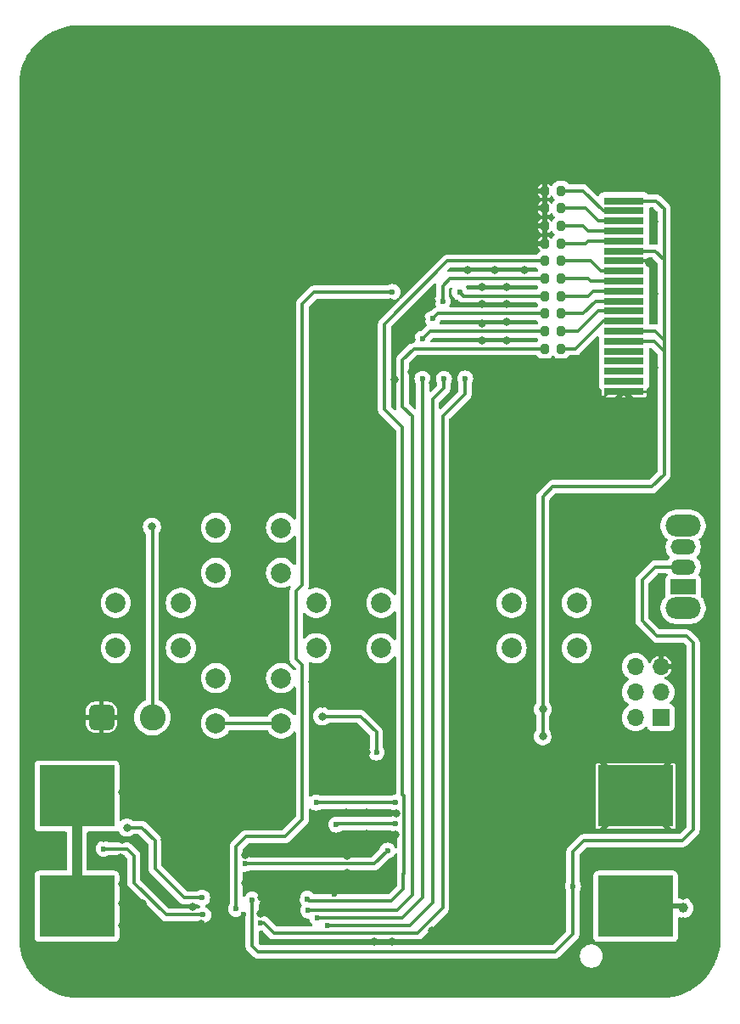
<source format=gbr>
%TF.GenerationSoftware,KiCad,Pcbnew,8.0.0*%
%TF.CreationDate,2024-03-23T15:17:17+01:00*%
%TF.ProjectId,stopwatchy,73746f70-7761-4746-9368-792e6b696361,rev?*%
%TF.SameCoordinates,Original*%
%TF.FileFunction,Copper,L2,Bot*%
%TF.FilePolarity,Positive*%
%FSLAX46Y46*%
G04 Gerber Fmt 4.6, Leading zero omitted, Abs format (unit mm)*
G04 Created by KiCad (PCBNEW 8.0.0) date 2024-03-23 15:17:17*
%MOMM*%
%LPD*%
G01*
G04 APERTURE LIST*
G04 Aperture macros list*
%AMRoundRect*
0 Rectangle with rounded corners*
0 $1 Rounding radius*
0 $2 $3 $4 $5 $6 $7 $8 $9 X,Y pos of 4 corners*
0 Add a 4 corners polygon primitive as box body*
4,1,4,$2,$3,$4,$5,$6,$7,$8,$9,$2,$3,0*
0 Add four circle primitives for the rounded corners*
1,1,$1+$1,$2,$3*
1,1,$1+$1,$4,$5*
1,1,$1+$1,$6,$7*
1,1,$1+$1,$8,$9*
0 Add four rect primitives between the rounded corners*
20,1,$1+$1,$2,$3,$4,$5,0*
20,1,$1+$1,$4,$5,$6,$7,0*
20,1,$1+$1,$6,$7,$8,$9,0*
20,1,$1+$1,$8,$9,$2,$3,0*%
G04 Aperture macros list end*
%TA.AperFunction,ComponentPad*%
%ADD10C,2.000000*%
%TD*%
%TA.AperFunction,ComponentPad*%
%ADD11R,1.700000X1.700000*%
%TD*%
%TA.AperFunction,ComponentPad*%
%ADD12O,1.700000X1.700000*%
%TD*%
%TA.AperFunction,ComponentPad*%
%ADD13RoundRect,0.650000X-0.650000X-0.650000X0.650000X-0.650000X0.650000X0.650000X-0.650000X0.650000X0*%
%TD*%
%TA.AperFunction,ComponentPad*%
%ADD14C,2.600000*%
%TD*%
%TA.AperFunction,ComponentPad*%
%ADD15O,3.500000X2.200000*%
%TD*%
%TA.AperFunction,ComponentPad*%
%ADD16R,2.500000X1.500000*%
%TD*%
%TA.AperFunction,ComponentPad*%
%ADD17O,2.500000X1.500000*%
%TD*%
%TA.AperFunction,SMDPad,CuDef*%
%ADD18RoundRect,0.200000X-0.200000X-0.275000X0.200000X-0.275000X0.200000X0.275000X-0.200000X0.275000X0*%
%TD*%
%TA.AperFunction,SMDPad,CuDef*%
%ADD19RoundRect,0.200000X0.200000X0.275000X-0.200000X0.275000X-0.200000X-0.275000X0.200000X-0.275000X0*%
%TD*%
%TA.AperFunction,SMDPad,CuDef*%
%ADD20R,4.000000X0.700000*%
%TD*%
%TA.AperFunction,SMDPad,CuDef*%
%ADD21R,7.450000X6.100000*%
%TD*%
%TA.AperFunction,ViaPad*%
%ADD22C,0.600000*%
%TD*%
%TA.AperFunction,ViaPad*%
%ADD23C,0.800000*%
%TD*%
%TA.AperFunction,ViaPad*%
%ADD24C,1.000000*%
%TD*%
%TA.AperFunction,Conductor*%
%ADD25C,1.000000*%
%TD*%
%TA.AperFunction,Conductor*%
%ADD26C,0.300000*%
%TD*%
%TA.AperFunction,Conductor*%
%ADD27C,0.250000*%
%TD*%
%TA.AperFunction,Conductor*%
%ADD28C,0.500000*%
%TD*%
G04 APERTURE END LIST*
D10*
%TO.P,SW5,1,1*%
%TO.N,BTN_1*%
X120887500Y-86100000D03*
X114387500Y-86100000D03*
%TO.P,SW5,2,2*%
%TO.N,+3V3*%
X120887500Y-81600000D03*
X114387500Y-81600000D03*
%TD*%
%TO.P,SW3,1,1*%
%TO.N,+3V3*%
X153887500Y-81600000D03*
X160387500Y-81600000D03*
%TO.P,SW3,2,2*%
%TO.N,Net-(U2-PB8)*%
X153887500Y-86100000D03*
X160387500Y-86100000D03*
%TD*%
%TO.P,SW7,1,1*%
%TO.N,BTN_4*%
X130887500Y-93600000D03*
X124387500Y-93600000D03*
%TO.P,SW7,2,2*%
%TO.N,+3V3*%
X130887500Y-89100000D03*
X124387500Y-89100000D03*
%TD*%
D11*
%TO.P,J4,1,Pin_1*%
%TO.N,+3V3*%
X168775001Y-93025000D03*
D12*
%TO.P,J4,2,Pin_2*%
%TO.N,SWDIO*%
X166235001Y-93025000D03*
%TO.P,J4,3,Pin_3*%
%TO.N,RST*%
X168775001Y-90485000D03*
%TO.P,J4,4,Pin_4*%
%TO.N,SWCLK*%
X166235001Y-90485000D03*
%TO.P,J4,5,Pin_5*%
%TO.N,GND*%
X168775001Y-87945000D03*
%TO.P,J4,6*%
%TO.N,N/C*%
X166235001Y-87945000D03*
%TD*%
D10*
%TO.P,SW4,1,1*%
%TO.N,BTN_3*%
X140887500Y-86100000D03*
X134387500Y-86100000D03*
%TO.P,SW4,2,2*%
%TO.N,+3V3*%
X140887500Y-81600000D03*
X134387500Y-81600000D03*
%TD*%
D13*
%TO.P,J2,1,Pin_1*%
%TO.N,GND*%
X112960000Y-93000000D03*
D14*
%TO.P,J2,2,Pin_2*%
%TO.N,RST*%
X118040000Y-93000000D03*
%TD*%
D15*
%TO.P,SW2,*%
%TO.N,*%
X171000000Y-82100000D03*
X171000000Y-73900000D03*
D16*
%TO.P,SW2,1,A*%
%TO.N,Net-(BT1-+)*%
X171000000Y-80000000D03*
D17*
%TO.P,SW2,2,B*%
%TO.N,ADC_IN0*%
X171000000Y-78000000D03*
%TO.P,SW2,3*%
%TO.N,N/C*%
X171000000Y-76000000D03*
%TD*%
D10*
%TO.P,SW6,1,1*%
%TO.N,BTN_2*%
X130887500Y-78600000D03*
X124387500Y-78600000D03*
%TO.P,SW6,2,2*%
%TO.N,+3V3*%
X130887500Y-74100000D03*
X124387500Y-74100000D03*
%TD*%
D18*
%TO.P,R26,1*%
%TO.N,~{D{slash}C}*%
X157175000Y-51000000D03*
%TO.P,R26,2*%
%TO.N,Net-(U3-D{slash}C)*%
X158825000Y-51000000D03*
%TD*%
D19*
%TO.P,R29,1*%
%TO.N,Net-(U3-LED-K2)*%
X158825000Y-44000000D03*
%TO.P,R29,2*%
%TO.N,GND*%
X157175000Y-44000000D03*
%TD*%
D18*
%TO.P,R22,1*%
%TO.N,SPI1_MOSI*%
X157175000Y-56250000D03*
%TO.P,R22,2*%
%TO.N,Net-(U3-MOSI)*%
X158825000Y-56250000D03*
%TD*%
%TO.P,R25,1*%
%TO.N,SPI1_NSS*%
X157175000Y-49250000D03*
%TO.P,R25,2*%
%TO.N,Net-(U3-{slash}CS)*%
X158825000Y-49250000D03*
%TD*%
%TO.P,R24,1*%
%TO.N,SPI1_SCK*%
X157175000Y-52750000D03*
%TO.P,R24,2*%
%TO.N,Net-(U3-SCLK)*%
X158825000Y-52750000D03*
%TD*%
D19*
%TO.P,R28,1*%
%TO.N,Net-(U3-LED-K3)*%
X158825000Y-42250000D03*
%TO.P,R28,2*%
%TO.N,GND*%
X157175000Y-42250000D03*
%TD*%
D18*
%TO.P,R23,1*%
%TO.N,SPI1_MISO*%
X157175000Y-54500000D03*
%TO.P,R23,2*%
%TO.N,Net-(U3-MISO)*%
X158825000Y-54500000D03*
%TD*%
D19*
%TO.P,R14,1*%
%TO.N,Net-(U3-LED-K4)*%
X158825000Y-40500000D03*
%TO.P,R14,2*%
%TO.N,GND*%
X157175000Y-40500000D03*
%TD*%
D20*
%TO.P,U3,1,GND*%
%TO.N,GND*%
X165100000Y-60500000D03*
%TO.P,U3,2,NC*%
%TO.N,unconnected-(U3-NC-Pad2)*%
X165100000Y-59500000D03*
%TO.P,U3,3,NC*%
%TO.N,unconnected-(U3-NC-Pad3)*%
X165100000Y-58500000D03*
%TO.P,U3,4,NC*%
%TO.N,unconnected-(U3-NC-Pad4)*%
X165100000Y-57500000D03*
%TO.P,U3,5,NC*%
%TO.N,unconnected-(U3-NC-Pad5)*%
X165100000Y-56500000D03*
%TO.P,U3,6,VDD*%
%TO.N,+3V3*%
X165100000Y-55500000D03*
%TO.P,U3,7,IOVDD*%
X165100000Y-54500000D03*
%TO.P,U3,8,MOSI*%
%TO.N,Net-(U3-MOSI)*%
X165100000Y-53500000D03*
%TO.P,U3,9,MISO*%
%TO.N,Net-(U3-MISO)*%
X165100000Y-52500000D03*
%TO.P,U3,10,SCLK*%
%TO.N,Net-(U3-SCLK)*%
X165100000Y-51500000D03*
%TO.P,U3,11,D/C*%
%TO.N,Net-(U3-D{slash}C)*%
X165100000Y-50500000D03*
%TO.P,U3,12,/CS*%
%TO.N,Net-(U3-{slash}CS)*%
X165100000Y-49500000D03*
%TO.P,U3,13,/RES*%
%TO.N,Net-(U3-{slash}RES)*%
X165100000Y-48500000D03*
%TO.P,U3,14,IM0*%
%TO.N,GND*%
X165100000Y-47500000D03*
%TO.P,U3,15,IM1*%
%TO.N,+3V3*%
X165100000Y-46500000D03*
%TO.P,U3,16,LED-K1*%
%TO.N,Net-(U3-LED-K1)*%
X165100000Y-45500000D03*
%TO.P,U3,17,LED-K2*%
%TO.N,Net-(U3-LED-K2)*%
X165100000Y-44500000D03*
%TO.P,U3,18,LED-K3*%
%TO.N,Net-(U3-LED-K3)*%
X165100000Y-43500000D03*
%TO.P,U3,19,LED-K4*%
%TO.N,Net-(U3-LED-K4)*%
X165100000Y-42500000D03*
%TO.P,U3,20,LED-A*%
%TO.N,+3V3*%
X165100000Y-41500000D03*
%TD*%
D18*
%TO.P,R27,1*%
%TO.N,~{RES}*%
X157175000Y-47500000D03*
%TO.P,R27,2*%
%TO.N,Net-(U3-{slash}RES)*%
X158825000Y-47500000D03*
%TD*%
D19*
%TO.P,R30,1*%
%TO.N,Net-(U3-LED-K1)*%
X158825000Y-45750000D03*
%TO.P,R30,2*%
%TO.N,GND*%
X157175000Y-45750000D03*
%TD*%
D21*
%TO.P,BT1,1,+*%
%TO.N,Net-(BT1-+)*%
X166262500Y-111850000D03*
%TO.P,BT1,2,-*%
%TO.N,GND*%
X166262500Y-100850000D03*
%TO.P,BT1,3*%
%TO.N,N/C*%
X110512500Y-111850000D03*
X110512500Y-100850000D03*
%TD*%
D22*
%TO.N,ADC_IN0*%
X128000000Y-111200000D03*
X160000000Y-109825000D03*
D23*
%TO.N,GND*%
X108500000Y-43100000D03*
X107600000Y-83200000D03*
X155200000Y-89200000D03*
D22*
X127100000Y-112700000D03*
D23*
X153400000Y-51800000D03*
X148600000Y-69400000D03*
X142000000Y-115400000D03*
X143790812Y-49009188D03*
X130000000Y-117500000D03*
X167800000Y-97000000D03*
X134000000Y-89500000D03*
X167600000Y-107200000D03*
X161000000Y-76400000D03*
X139400000Y-102500000D03*
X140100000Y-92400000D03*
X123600000Y-82700000D03*
X121200000Y-72000000D03*
X130400000Y-96100000D03*
X164800000Y-77200000D03*
X168100000Y-58100000D03*
X158900000Y-91200000D03*
X119250000Y-105250000D03*
X171000000Y-110800000D03*
X115000000Y-109600000D03*
X164500000Y-68100000D03*
X157000000Y-117500000D03*
X139800000Y-53100000D03*
X140200000Y-115400000D03*
X142300000Y-104700000D03*
X130800000Y-81300000D03*
X148400000Y-89300000D03*
X148600000Y-66400000D03*
X141800000Y-51600000D03*
X108500000Y-67600000D03*
X158900000Y-89400000D03*
X142000000Y-117500000D03*
X107600000Y-96600000D03*
X143900000Y-55300000D03*
X130300000Y-85000000D03*
X157300000Y-38600000D03*
X161700000Y-38600000D03*
X168300000Y-38600000D03*
X121800000Y-96800000D03*
X148600000Y-101200000D03*
X153400000Y-53600000D03*
X148189613Y-58700000D03*
X156300000Y-69100000D03*
X113200000Y-105000000D03*
X115000000Y-113800000D03*
X141900000Y-79000000D03*
X153400000Y-55400000D03*
X150650610Y-61507969D03*
X148400000Y-92000000D03*
X108600000Y-78600000D03*
X115400000Y-98800000D03*
X158900000Y-93000000D03*
X158200000Y-73600000D03*
X163900000Y-35800000D03*
X109000000Y-117500000D03*
X144900000Y-53300000D03*
X145000000Y-117500000D03*
X155200000Y-94700000D03*
X127700000Y-95400000D03*
X108600000Y-104800000D03*
X149800000Y-84000000D03*
X149500000Y-46400000D03*
X135000000Y-91700000D03*
X152400001Y-98800000D03*
X115000000Y-111600000D03*
X165400000Y-107200000D03*
X169800000Y-107200000D03*
X159194740Y-68081141D03*
X124887500Y-101000000D03*
X151800000Y-79000000D03*
X143900000Y-58600000D03*
X166100000Y-35800000D03*
X139700000Y-61100000D03*
X115000000Y-100475000D03*
X171800000Y-52100000D03*
X127600000Y-67800000D03*
X171800000Y-60000000D03*
X148400000Y-85800000D03*
X164800000Y-79800000D03*
X172000000Y-35800000D03*
X108500000Y-59100000D03*
X108600000Y-76000000D03*
X141900000Y-69600000D03*
X111900000Y-43100000D03*
X163200000Y-87500000D03*
X112000000Y-73200000D03*
X167000000Y-68100000D03*
X148600000Y-73600000D03*
X163900000Y-38600000D03*
X136000000Y-117500000D03*
X117100000Y-111600000D03*
X171700000Y-65500000D03*
X155000000Y-79000000D03*
X111900000Y-59100000D03*
X171000000Y-113300000D03*
X108500000Y-56500000D03*
X137500000Y-108500000D03*
X142339858Y-102545144D03*
X139400000Y-96500000D03*
X112000000Y-117500000D03*
X148600000Y-96600000D03*
X111900000Y-62200000D03*
X134400000Y-67800000D03*
X171700000Y-62700000D03*
X146053798Y-59700000D03*
X124400000Y-96800000D03*
X124000000Y-117500000D03*
X119000000Y-96800000D03*
X170300000Y-96900000D03*
X107600000Y-91400000D03*
X139000000Y-117500000D03*
X137500000Y-106800000D03*
X115200000Y-76000000D03*
X111900000Y-65000000D03*
X108500000Y-45700000D03*
X150900000Y-51800000D03*
X142200000Y-59300000D03*
D22*
X136200000Y-110650500D03*
D23*
X117600000Y-67800000D03*
X164800000Y-82800000D03*
X155100000Y-71100000D03*
X150900000Y-53700000D03*
X168100000Y-43600000D03*
X137400000Y-102500000D03*
X168300000Y-35800000D03*
X107600000Y-88600000D03*
X148000000Y-117500000D03*
X108500000Y-65000000D03*
X128800000Y-112600000D03*
X150300000Y-59700000D03*
X127637500Y-91350000D03*
X108500000Y-48500000D03*
X171900000Y-41300000D03*
X122100000Y-111900000D03*
X145900000Y-114300000D03*
X151000000Y-117500000D03*
X121000000Y-113800000D03*
X119600000Y-74000000D03*
X150900000Y-50100000D03*
X138300000Y-67800000D03*
X151800000Y-76400000D03*
X158200000Y-94700000D03*
X127000000Y-117500000D03*
X132800000Y-105200000D03*
X131900000Y-98400000D03*
X118000000Y-117500000D03*
X149500000Y-48400000D03*
X140100000Y-89500000D03*
X139400000Y-104600000D03*
X141900000Y-76400000D03*
X155200000Y-92200000D03*
X148600000Y-63700000D03*
X108500000Y-70500000D03*
X115000000Y-105200000D03*
X112000000Y-78600000D03*
X155200000Y-46400000D03*
X150800000Y-57500000D03*
X123250000Y-104500000D03*
X163200000Y-89300000D03*
X108500000Y-62200000D03*
X162500000Y-96900000D03*
X171800000Y-49300000D03*
X127300000Y-106700000D03*
X127600000Y-85000000D03*
X163200000Y-93000000D03*
X127600000Y-81300000D03*
X108500000Y-40500000D03*
X161000000Y-79000000D03*
X122900000Y-113600000D03*
X119400000Y-76800000D03*
X171900000Y-43800000D03*
X145700000Y-47100000D03*
X115400000Y-96800000D03*
X161000000Y-73600000D03*
X171700000Y-68100000D03*
X159500000Y-38600000D03*
X108500000Y-53700000D03*
X171800000Y-57200000D03*
X165200000Y-85200000D03*
X159400000Y-98800000D03*
X171900000Y-46600000D03*
X115800000Y-70000000D03*
X111900000Y-45700000D03*
X111900000Y-51100000D03*
X171700000Y-70800000D03*
X119600000Y-111500000D03*
X120800000Y-67800000D03*
X145900000Y-51500000D03*
X163200000Y-107200000D03*
X148600000Y-79000000D03*
X150900000Y-55400000D03*
X127300000Y-109500000D03*
X131200000Y-67800000D03*
X155200000Y-48400000D03*
X138300000Y-72200000D03*
X118100000Y-109400000D03*
X148600000Y-103600000D03*
X134400000Y-72200000D03*
X151900000Y-92100000D03*
X158900000Y-87600000D03*
X167600000Y-47700000D03*
X148000000Y-115000000D03*
X117200000Y-113800000D03*
X171800000Y-54700000D03*
X148600000Y-99000000D03*
X163300000Y-95100000D03*
X155000000Y-73600000D03*
X134800000Y-96200000D03*
X161700000Y-35800000D03*
X111900000Y-48500000D03*
X108600000Y-73200000D03*
X152200000Y-46400000D03*
X160700000Y-104100000D03*
X150000000Y-113000000D03*
X151000000Y-115000000D03*
X154800000Y-98800000D03*
X115200000Y-73200000D03*
X115400000Y-102200000D03*
X112000000Y-70300000D03*
X107600000Y-94000000D03*
X121000000Y-117500000D03*
X172000000Y-38600000D03*
X141900000Y-73600000D03*
X112000000Y-76000000D03*
X151800000Y-73600000D03*
D22*
X162900000Y-61200000D03*
D23*
X157000000Y-98800000D03*
X133000000Y-117500000D03*
X115000000Y-117500000D03*
X168100000Y-50800000D03*
X157300000Y-35800000D03*
X154000000Y-117500000D03*
X137000000Y-94200000D03*
X108500000Y-51100000D03*
X139700000Y-55400000D03*
X107600000Y-86000000D03*
X114900000Y-107000000D03*
X163600000Y-74800000D03*
X162083384Y-68081141D03*
X167600000Y-73800000D03*
X155000000Y-76400000D03*
X163200000Y-91300000D03*
X124400000Y-67800000D03*
X148600000Y-76400000D03*
X152200000Y-48400000D03*
X111900000Y-37700000D03*
X152600000Y-89200000D03*
X153400000Y-50100000D03*
X159500000Y-35800000D03*
X166500000Y-117500000D03*
X139700000Y-58100000D03*
X111900000Y-56500000D03*
X158200000Y-76400000D03*
X111900000Y-67600000D03*
D22*
X167700000Y-60600000D03*
D23*
X108500000Y-37700000D03*
X111900000Y-40500000D03*
X128900000Y-111000000D03*
D22*
X132600000Y-110900500D03*
D23*
X166100000Y-38600000D03*
X115200000Y-78600000D03*
X166200000Y-72200000D03*
X141900000Y-66200000D03*
X137000000Y-89500000D03*
X141900000Y-107800000D03*
X135400000Y-102700000D03*
X111900000Y-53700000D03*
%TO.N,+3V3*%
X157000000Y-92200000D03*
X157000000Y-94900000D03*
%TO.N,RST*%
X118000000Y-74000000D03*
D22*
%TO.N,Net-(D1-A)*%
X123100000Y-112700000D03*
X113200000Y-106100000D03*
%TO.N,Net-(D2-A)*%
X123000000Y-111000000D03*
D23*
X115500000Y-104000000D03*
D22*
%TO.N,Net-(U2-PA13)*%
X136387500Y-103700000D03*
X142300000Y-103600000D03*
D24*
%TO.N,Net-(BT1-+)*%
X171000000Y-112000000D03*
D22*
%TO.N,Net-(U2-PA14)*%
X142300000Y-101500000D03*
X134387500Y-101500000D03*
%TO.N,BTN_4*%
X140400000Y-96500000D03*
D23*
X135000000Y-92900000D03*
D22*
%TO.N,Net-(U2-PB8)*%
X141500000Y-106300000D03*
X127300000Y-107600000D03*
%TO.N,SPI1_NSS*%
X149247542Y-59221634D03*
X128800000Y-113500000D03*
X147000000Y-51500000D03*
%TO.N,SPI1_SCK*%
X146000000Y-53250000D03*
X135500000Y-113750000D03*
X147125907Y-59243269D03*
%TO.N,SPI1_MISO*%
X145000000Y-55250000D03*
X134500000Y-113000000D03*
X145000000Y-59250000D03*
%TO.N,SPI1_MOSI*%
X133600000Y-112250000D03*
%TO.N,~{D{slash}C}*%
X126400000Y-112100000D03*
X142000000Y-50600000D03*
X148700000Y-50600000D03*
%TO.N,~{RES}*%
X133500000Y-111100000D03*
%TD*%
D25*
%TO.N,*%
X110512500Y-111850000D02*
X110512500Y-100850000D01*
D26*
%TO.N,ADC_IN0*%
X168200000Y-78000000D02*
X171000000Y-78000000D01*
X166900000Y-83400000D02*
X166900000Y-79300000D01*
X160000000Y-106400000D02*
X161100000Y-105300000D01*
X172000000Y-104200000D02*
X172000000Y-85600000D01*
X170900000Y-105300000D02*
X172000000Y-104200000D01*
X128000000Y-115800000D02*
X128000000Y-111200000D01*
X160000000Y-109825000D02*
X160000000Y-114600000D01*
X160000000Y-109825000D02*
X160000000Y-106400000D01*
X128600000Y-116400000D02*
X128000000Y-115800000D01*
X161100000Y-105300000D02*
X170900000Y-105300000D01*
X172000000Y-85600000D02*
X171300000Y-84900000D01*
X171300000Y-84900000D02*
X168400000Y-84900000D01*
X158200000Y-116400000D02*
X128600000Y-116400000D01*
X160000000Y-114600000D02*
X158200000Y-116400000D01*
X168400000Y-84900000D02*
X166900000Y-83400000D01*
X166900000Y-79300000D02*
X168200000Y-78000000D01*
D27*
%TO.N,GND*%
X165100000Y-60500000D02*
X167600000Y-60500000D01*
X165100000Y-60500000D02*
X163600000Y-60500000D01*
X163600000Y-60500000D02*
X162900000Y-61200000D01*
D26*
X165100000Y-47500000D02*
X167400000Y-47500000D01*
D27*
X167600000Y-60500000D02*
X167700000Y-60600000D01*
D26*
X167400000Y-47500000D02*
X167600000Y-47700000D01*
%TO.N,+3V3*%
X168200000Y-54500000D02*
X165100000Y-54500000D01*
X169100000Y-42300000D02*
X168300000Y-41500000D01*
X157000000Y-92200000D02*
X157000000Y-71000000D01*
X157000000Y-94900000D02*
X157000000Y-92200000D01*
X169100000Y-68800000D02*
X169100000Y-56500000D01*
X169100000Y-54500000D02*
X169100000Y-47400000D01*
X169100000Y-47400000D02*
X168200000Y-46500000D01*
X169100000Y-56500000D02*
X169100000Y-55400000D01*
X169100000Y-55400000D02*
X168200000Y-54500000D01*
X169100000Y-47400000D02*
X169100000Y-42300000D01*
X158000000Y-70000000D02*
X167900000Y-70000000D01*
X157000000Y-71000000D02*
X158000000Y-70000000D01*
X168100000Y-55500000D02*
X165100000Y-55500000D01*
X168200000Y-46500000D02*
X165100000Y-46500000D01*
X169100000Y-56500000D02*
X168100000Y-55500000D01*
X169100000Y-55400000D02*
X169100000Y-54500000D01*
X167900000Y-70000000D02*
X169100000Y-68800000D01*
X168300000Y-41500000D02*
X165100000Y-41500000D01*
%TO.N,RST*%
X118040000Y-74040000D02*
X118000000Y-74000000D01*
X118040000Y-93000000D02*
X118040000Y-74040000D01*
%TO.N,Net-(D1-A)*%
X116200000Y-106800000D02*
X115500000Y-106100000D01*
X123100000Y-112700000D02*
X119400000Y-112700000D01*
X119400000Y-112700000D02*
X116200000Y-109500000D01*
X115500000Y-106100000D02*
X113200000Y-106100000D01*
X116200000Y-109500000D02*
X116200000Y-106800000D01*
%TO.N,Net-(D2-A)*%
X123000000Y-111000000D02*
X121200000Y-111000000D01*
X121200000Y-111000000D02*
X118300000Y-108100000D01*
X117000000Y-104000000D02*
X115500000Y-104000000D01*
X118300000Y-105300000D02*
X117000000Y-104000000D01*
X118300000Y-108100000D02*
X118300000Y-105300000D01*
%TO.N,Net-(U2-PA13)*%
X142300000Y-103600000D02*
X136487500Y-103600000D01*
X136487500Y-103600000D02*
X136387500Y-103700000D01*
D28*
%TO.N,Net-(BT1-+)*%
X166262500Y-111850000D02*
X170850000Y-111850000D01*
X170850000Y-111850000D02*
X171000000Y-112000000D01*
D26*
%TO.N,Net-(U2-PA14)*%
X142300000Y-101500000D02*
X134387500Y-101500000D01*
%TO.N,BTN_4*%
X135000000Y-92900000D02*
X138800000Y-92900000D01*
X140400000Y-94500000D02*
X140400000Y-96500000D01*
X124387500Y-93600000D02*
X130887500Y-93600000D01*
X138800000Y-92900000D02*
X140400000Y-94500000D01*
%TO.N,Net-(U2-PB8)*%
X140200000Y-107600000D02*
X127300000Y-107600000D01*
X141500000Y-106300000D02*
X140200000Y-107600000D01*
%TO.N,Net-(U3-LED-K4)*%
X165100000Y-42500000D02*
X163000000Y-42500000D01*
X163000000Y-42500000D02*
X161000000Y-40500000D01*
X161000000Y-40500000D02*
X158825000Y-40500000D01*
%TO.N,SPI1_NSS*%
X147000000Y-50000000D02*
X147750000Y-49250000D01*
X147000000Y-51500000D02*
X147000000Y-50000000D01*
X130200000Y-114500000D02*
X144500000Y-114500000D01*
X147000000Y-112000000D02*
X147000000Y-63000000D01*
X129200000Y-113500000D02*
X130200000Y-114500000D01*
X128800000Y-113500000D02*
X129200000Y-113500000D01*
X149247542Y-60752458D02*
X149247542Y-59221634D01*
X147750000Y-49250000D02*
X157175000Y-49250000D01*
X147000000Y-63000000D02*
X149247542Y-60752458D01*
X144500000Y-114500000D02*
X147000000Y-112000000D01*
%TO.N,SPI1_SCK*%
X143750000Y-113750000D02*
X135500000Y-113750000D01*
X147125907Y-59243269D02*
X147125907Y-60174093D01*
X146000000Y-111500000D02*
X143750000Y-113750000D01*
X146000000Y-61300000D02*
X146000000Y-111500000D01*
X146000000Y-53250000D02*
X146500000Y-52750000D01*
X147125907Y-60174093D02*
X146000000Y-61300000D01*
X146500000Y-52750000D02*
X157175000Y-52750000D01*
%TO.N,SPI1_MISO*%
X145750000Y-54500000D02*
X157175000Y-54500000D01*
X145000000Y-55250000D02*
X145750000Y-54500000D01*
X134500000Y-113000000D02*
X143000000Y-113000000D01*
X143000000Y-113000000D02*
X145000000Y-111000000D01*
X145000000Y-111000000D02*
X145000000Y-59250000D01*
%TO.N,SPI1_MOSI*%
X143000000Y-57400000D02*
X144150000Y-56250000D01*
X144000000Y-63000000D02*
X143000000Y-62000000D01*
X142500000Y-112250000D02*
X144000000Y-110750000D01*
X144150000Y-56250000D02*
X157175000Y-56250000D01*
X133600000Y-112250000D02*
X142500000Y-112250000D01*
X143000000Y-62000000D02*
X143000000Y-57400000D01*
X144000000Y-110750000D02*
X144000000Y-63000000D01*
%TO.N,Net-(U3-MOSI)*%
X160250000Y-56250000D02*
X158825000Y-56250000D01*
X165100000Y-53500000D02*
X163000000Y-53500000D01*
X163000000Y-53500000D02*
X160250000Y-56250000D01*
%TO.N,Net-(U3-MISO)*%
X165100000Y-52500000D02*
X162500000Y-52500000D01*
X162500000Y-52500000D02*
X160500000Y-54500000D01*
X160500000Y-54500000D02*
X158825000Y-54500000D01*
%TO.N,Net-(U3-SCLK)*%
X165100000Y-51500000D02*
X162250000Y-51500000D01*
X161000000Y-52750000D02*
X158825000Y-52750000D01*
X162250000Y-51500000D02*
X161000000Y-52750000D01*
%TO.N,Net-(U3-{slash}CS)*%
X165100000Y-49500000D02*
X161750000Y-49500000D01*
X161500000Y-49250000D02*
X158825000Y-49250000D01*
X161750000Y-49500000D02*
X161500000Y-49250000D01*
%TO.N,~{D{slash}C}*%
X134200000Y-50600000D02*
X142000000Y-50600000D01*
X149100000Y-51000000D02*
X148700000Y-50600000D01*
X132400000Y-80400000D02*
X133000000Y-79800000D01*
X131300000Y-104900000D02*
X133000000Y-103200000D01*
X133000000Y-79800000D02*
X133000000Y-51800000D01*
X157175000Y-51000000D02*
X149100000Y-51000000D01*
X127400000Y-104900000D02*
X131300000Y-104900000D01*
X133000000Y-103200000D02*
X133000000Y-87800000D01*
X132400000Y-87200000D02*
X132400000Y-80400000D01*
X133000000Y-51800000D02*
X134200000Y-50600000D01*
X126400000Y-112100000D02*
X126400000Y-105900000D01*
X133000000Y-87800000D02*
X132400000Y-87200000D01*
X126400000Y-105900000D02*
X127400000Y-104900000D01*
%TO.N,Net-(U3-D{slash}C)*%
X161500000Y-51000000D02*
X158825000Y-51000000D01*
X162000000Y-50500000D02*
X161500000Y-51000000D01*
X165100000Y-50500000D02*
X162000000Y-50500000D01*
%TO.N,~{RES}*%
X141900000Y-111300000D02*
X143100000Y-110100000D01*
X143100000Y-110100000D02*
X143100000Y-108600000D01*
X141200000Y-62300000D02*
X141200000Y-53800000D01*
X143000000Y-100700000D02*
X143000000Y-64100000D01*
X141200000Y-53800000D02*
X147500000Y-47500000D01*
X143125000Y-100825000D02*
X143000000Y-100700000D01*
X147500000Y-47500000D02*
X157175000Y-47500000D01*
X133700000Y-111300000D02*
X141900000Y-111300000D01*
X133500000Y-111100000D02*
X133700000Y-111300000D01*
X143125000Y-108575000D02*
X143125000Y-100825000D01*
X143100000Y-108600000D02*
X143125000Y-108575000D01*
X143000000Y-64100000D02*
X141200000Y-62300000D01*
%TO.N,Net-(U3-{slash}RES)*%
X165100000Y-48500000D02*
X162750000Y-48500000D01*
X162750000Y-48500000D02*
X161750000Y-47500000D01*
X161750000Y-47500000D02*
X158825000Y-47500000D01*
%TO.N,Net-(U3-LED-K3)*%
X165100000Y-43500000D02*
X162500000Y-43500000D01*
X161250000Y-42250000D02*
X158825000Y-42250000D01*
X162500000Y-43500000D02*
X161250000Y-42250000D01*
%TO.N,Net-(U3-LED-K2)*%
X161500000Y-44500000D02*
X161000000Y-44000000D01*
X161000000Y-44000000D02*
X158825000Y-44000000D01*
X165100000Y-44500000D02*
X161500000Y-44500000D01*
%TO.N,Net-(U3-LED-K1)*%
X161250000Y-45750000D02*
X158825000Y-45750000D01*
X161500000Y-45500000D02*
X161250000Y-45750000D01*
X165100000Y-45500000D02*
X161500000Y-45500000D01*
%TD*%
%TA.AperFunction,Conductor*%
%TO.N,GND*%
G36*
X142407694Y-106558538D02*
G01*
X142458097Y-106606925D01*
X142474500Y-106668560D01*
X142474500Y-108398035D01*
X142472117Y-108422227D01*
X142449500Y-108535928D01*
X142449500Y-109779192D01*
X142429815Y-109846231D01*
X142413181Y-109866873D01*
X141666873Y-110613181D01*
X141605550Y-110646666D01*
X141579192Y-110649500D01*
X134230810Y-110649500D01*
X134163771Y-110629815D01*
X134133865Y-110602815D01*
X134129816Y-110597738D01*
X134002262Y-110470184D01*
X133849523Y-110374211D01*
X133679254Y-110314631D01*
X133679249Y-110314630D01*
X133500004Y-110294435D01*
X133499996Y-110294435D01*
X133320750Y-110314630D01*
X133320745Y-110314631D01*
X133150476Y-110374211D01*
X132997737Y-110470184D01*
X132870184Y-110597737D01*
X132774211Y-110750476D01*
X132714631Y-110920745D01*
X132714630Y-110920750D01*
X132694435Y-111099996D01*
X132694435Y-111100003D01*
X132714630Y-111279249D01*
X132714631Y-111279254D01*
X132774211Y-111449523D01*
X132870184Y-111602262D01*
X132917808Y-111649886D01*
X132951293Y-111711209D01*
X132946309Y-111780901D01*
X132935121Y-111803539D01*
X132874211Y-111900476D01*
X132814631Y-112070745D01*
X132814630Y-112070750D01*
X132794435Y-112249996D01*
X132794435Y-112250003D01*
X132814630Y-112429249D01*
X132814631Y-112429254D01*
X132874211Y-112599523D01*
X132946538Y-112714630D01*
X132970184Y-112752262D01*
X133097738Y-112879816D01*
X133250478Y-112975789D01*
X133304597Y-112994726D01*
X133420745Y-113035368D01*
X133420749Y-113035369D01*
X133508959Y-113045307D01*
X133600000Y-113055565D01*
X133600002Y-113055564D01*
X133603724Y-113055984D01*
X133668138Y-113083050D01*
X133707693Y-113140644D01*
X133713061Y-113165319D01*
X133714630Y-113179249D01*
X133774210Y-113349521D01*
X133870184Y-113502262D01*
X134002662Y-113634740D01*
X134001390Y-113636011D01*
X134036295Y-113685740D01*
X134039145Y-113755552D01*
X134003800Y-113815822D01*
X133941482Y-113847416D01*
X133918842Y-113849500D01*
X130520808Y-113849500D01*
X130453769Y-113829815D01*
X130433127Y-113813181D01*
X129614674Y-112994727D01*
X129614673Y-112994726D01*
X129614669Y-112994723D01*
X129508127Y-112923535D01*
X129415986Y-112885369D01*
X129389744Y-112874499D01*
X129389738Y-112874497D01*
X129294209Y-112855495D01*
X129252429Y-112838872D01*
X129149522Y-112774211D01*
X128979254Y-112714631D01*
X128979249Y-112714630D01*
X128800004Y-112694435D01*
X128800001Y-112694435D01*
X128800000Y-112694435D01*
X128795975Y-112694888D01*
X128788380Y-112695744D01*
X128719558Y-112683687D01*
X128668180Y-112636336D01*
X128650500Y-112572523D01*
X128650500Y-111705067D01*
X128669507Y-111639094D01*
X128725788Y-111549524D01*
X128760780Y-111449523D01*
X128785368Y-111379255D01*
X128795524Y-111289116D01*
X128805565Y-111200003D01*
X128805565Y-111199996D01*
X128785369Y-111020750D01*
X128785368Y-111020745D01*
X128764582Y-110961341D01*
X128725789Y-110850478D01*
X128707106Y-110820745D01*
X128662955Y-110750478D01*
X128629816Y-110697738D01*
X128502262Y-110570184D01*
X128349523Y-110474211D01*
X128179254Y-110414631D01*
X128179249Y-110414630D01*
X128000004Y-110394435D01*
X127999996Y-110394435D01*
X127820750Y-110414630D01*
X127820745Y-110414631D01*
X127650476Y-110474211D01*
X127497737Y-110570184D01*
X127370182Y-110697739D01*
X127279493Y-110842070D01*
X127227159Y-110888360D01*
X127158105Y-110899008D01*
X127094257Y-110870633D01*
X127055885Y-110812243D01*
X127050500Y-110776097D01*
X127050500Y-108516209D01*
X127070185Y-108449170D01*
X127122989Y-108403415D01*
X127188384Y-108392989D01*
X127299997Y-108405565D01*
X127300000Y-108405565D01*
X127300004Y-108405565D01*
X127479249Y-108385369D01*
X127479251Y-108385368D01*
X127479255Y-108385368D01*
X127479258Y-108385366D01*
X127479262Y-108385366D01*
X127569377Y-108353832D01*
X127649522Y-108325789D01*
X127739096Y-108269505D01*
X127805068Y-108250500D01*
X140264071Y-108250500D01*
X140348615Y-108233682D01*
X140389744Y-108225501D01*
X140508127Y-108176465D01*
X140526679Y-108164069D01*
X140614669Y-108105277D01*
X141598224Y-107121720D01*
X141659545Y-107088237D01*
X141672019Y-107086183D01*
X141679255Y-107085368D01*
X141849522Y-107025789D01*
X142002262Y-106929816D01*
X142129816Y-106802262D01*
X142225789Y-106649522D01*
X142233458Y-106627606D01*
X142274180Y-106570830D01*
X142339132Y-106545082D01*
X142407694Y-106558538D01*
G37*
%TD.AperFunction*%
%TA.AperFunction,Conductor*%
G36*
X133855703Y-102100727D02*
G01*
X133862181Y-102106759D01*
X133885238Y-102129816D01*
X134037978Y-102225789D01*
X134208239Y-102285366D01*
X134208245Y-102285368D01*
X134208250Y-102285369D01*
X134387496Y-102305565D01*
X134387500Y-102305565D01*
X134387504Y-102305565D01*
X134566749Y-102285369D01*
X134566751Y-102285368D01*
X134566755Y-102285368D01*
X134566758Y-102285366D01*
X134566762Y-102285366D01*
X134656877Y-102253832D01*
X134737022Y-102225789D01*
X134826596Y-102169505D01*
X134892568Y-102150500D01*
X141794932Y-102150500D01*
X141860904Y-102169506D01*
X141950477Y-102225789D01*
X141950481Y-102225790D01*
X142120737Y-102285366D01*
X142120743Y-102285367D01*
X142120745Y-102285368D01*
X142120746Y-102285368D01*
X142120750Y-102285369D01*
X142299997Y-102305565D01*
X142300000Y-102305565D01*
X142300001Y-102305565D01*
X142308723Y-102304582D01*
X142336616Y-102301439D01*
X142405437Y-102313493D01*
X142456817Y-102360841D01*
X142474500Y-102424659D01*
X142474500Y-102675340D01*
X142454815Y-102742379D01*
X142402011Y-102788134D01*
X142336618Y-102798560D01*
X142300004Y-102794435D01*
X142299996Y-102794435D01*
X142120750Y-102814630D01*
X142120737Y-102814633D01*
X141950481Y-102874209D01*
X141950477Y-102874210D01*
X141860904Y-102930494D01*
X141794932Y-102949500D01*
X136687472Y-102949500D01*
X136646517Y-102942542D01*
X136566754Y-102914631D01*
X136566749Y-102914630D01*
X136387504Y-102894435D01*
X136387496Y-102894435D01*
X136208250Y-102914630D01*
X136208245Y-102914631D01*
X136037976Y-102974211D01*
X135885237Y-103070184D01*
X135757684Y-103197737D01*
X135661711Y-103350476D01*
X135602131Y-103520745D01*
X135602130Y-103520750D01*
X135581935Y-103699996D01*
X135581935Y-103700003D01*
X135602130Y-103879249D01*
X135602131Y-103879254D01*
X135661711Y-104049523D01*
X135757684Y-104202262D01*
X135885238Y-104329816D01*
X135951266Y-104371304D01*
X136029057Y-104420184D01*
X136037978Y-104425789D01*
X136128489Y-104457460D01*
X136208245Y-104485368D01*
X136208250Y-104485369D01*
X136387496Y-104505565D01*
X136387500Y-104505565D01*
X136387504Y-104505565D01*
X136566749Y-104485369D01*
X136566752Y-104485368D01*
X136566755Y-104485368D01*
X136737022Y-104425789D01*
X136889762Y-104329816D01*
X136932759Y-104286819D01*
X136994082Y-104253334D01*
X137020440Y-104250500D01*
X141794932Y-104250500D01*
X141860904Y-104269506D01*
X141950477Y-104325789D01*
X141950481Y-104325790D01*
X142120737Y-104385366D01*
X142120743Y-104385367D01*
X142120745Y-104385368D01*
X142120746Y-104385368D01*
X142120750Y-104385369D01*
X142299997Y-104405565D01*
X142300000Y-104405565D01*
X142300001Y-104405565D01*
X142308723Y-104404582D01*
X142336616Y-104401439D01*
X142405437Y-104413493D01*
X142456817Y-104460841D01*
X142474500Y-104524659D01*
X142474500Y-105931439D01*
X142454815Y-105998478D01*
X142402011Y-106044233D01*
X142332853Y-106054177D01*
X142269297Y-106025152D01*
X142233459Y-105972395D01*
X142225790Y-105950479D01*
X142153812Y-105835928D01*
X142129816Y-105797738D01*
X142002262Y-105670184D01*
X141923681Y-105620808D01*
X141849523Y-105574211D01*
X141679254Y-105514631D01*
X141679249Y-105514630D01*
X141500004Y-105494435D01*
X141499996Y-105494435D01*
X141320750Y-105514630D01*
X141320745Y-105514631D01*
X141150476Y-105574211D01*
X140997737Y-105670184D01*
X140870184Y-105797737D01*
X140774210Y-105950478D01*
X140714632Y-106120744D01*
X140714630Y-106120752D01*
X140713815Y-106127988D01*
X140686743Y-106192400D01*
X140678277Y-106201775D01*
X139966873Y-106913181D01*
X139905550Y-106946666D01*
X139879192Y-106949500D01*
X127805068Y-106949500D01*
X127739096Y-106930494D01*
X127649522Y-106874210D01*
X127649518Y-106874209D01*
X127479262Y-106814633D01*
X127479249Y-106814630D01*
X127300004Y-106794435D01*
X127299996Y-106794435D01*
X127188383Y-106807010D01*
X127119561Y-106794955D01*
X127068182Y-106747606D01*
X127050500Y-106683790D01*
X127050500Y-106220808D01*
X127070185Y-106153769D01*
X127086819Y-106133127D01*
X127633127Y-105586819D01*
X127694450Y-105553334D01*
X127720808Y-105550500D01*
X131364071Y-105550500D01*
X131448615Y-105533682D01*
X131489744Y-105525501D01*
X131608127Y-105476465D01*
X131648482Y-105449501D01*
X131714669Y-105405277D01*
X133505277Y-103614669D01*
X133576465Y-103508127D01*
X133625501Y-103389744D01*
X133650500Y-103264069D01*
X133650500Y-102194440D01*
X133670185Y-102127401D01*
X133722989Y-102081646D01*
X133792147Y-102071702D01*
X133855703Y-102100727D01*
G37*
%TD.AperFunction*%
%TA.AperFunction,Conductor*%
G36*
X146282220Y-49740239D02*
G01*
X146338153Y-49782111D01*
X146362570Y-49847575D01*
X146360503Y-49880612D01*
X146349500Y-49935926D01*
X146349500Y-50994931D01*
X146330494Y-51060903D01*
X146274211Y-51150477D01*
X146274209Y-51150481D01*
X146214633Y-51320737D01*
X146214630Y-51320750D01*
X146194435Y-51499996D01*
X146194435Y-51500003D01*
X146214630Y-51679249D01*
X146214631Y-51679254D01*
X146274211Y-51849524D01*
X146340625Y-51955219D01*
X146359626Y-52022456D01*
X146339259Y-52089291D01*
X146285991Y-52134506D01*
X146283085Y-52135753D01*
X146191875Y-52173533D01*
X146085331Y-52244723D01*
X145901775Y-52428278D01*
X145840451Y-52461762D01*
X145827988Y-52463815D01*
X145820752Y-52464630D01*
X145820744Y-52464632D01*
X145650478Y-52524210D01*
X145497737Y-52620184D01*
X145370184Y-52747737D01*
X145274211Y-52900476D01*
X145214631Y-53070745D01*
X145214630Y-53070750D01*
X145194435Y-53249996D01*
X145194435Y-53250003D01*
X145214630Y-53429249D01*
X145214631Y-53429254D01*
X145274211Y-53599523D01*
X145370184Y-53752262D01*
X145394729Y-53776807D01*
X145428214Y-53838130D01*
X145423230Y-53907822D01*
X145381358Y-53963755D01*
X145375939Y-53967590D01*
X145335331Y-53994723D01*
X145335327Y-53994726D01*
X144901775Y-54428277D01*
X144840452Y-54461762D01*
X144827988Y-54463815D01*
X144820752Y-54464630D01*
X144820744Y-54464632D01*
X144650478Y-54524210D01*
X144497737Y-54620184D01*
X144370184Y-54747737D01*
X144274211Y-54900476D01*
X144214631Y-55070745D01*
X144214630Y-55070750D01*
X144194435Y-55249996D01*
X144194435Y-55250003D01*
X144214630Y-55429249D01*
X144214632Y-55429257D01*
X144216483Y-55434546D01*
X144220044Y-55504325D01*
X144185315Y-55564952D01*
X144123322Y-55597179D01*
X144099441Y-55599500D01*
X144085929Y-55599500D01*
X143960261Y-55624497D01*
X143960251Y-55624500D01*
X143911220Y-55644810D01*
X143841881Y-55673530D01*
X143841863Y-55673540D01*
X143735332Y-55744721D01*
X143735325Y-55744727D01*
X142494726Y-56985326D01*
X142431154Y-57080471D01*
X142423533Y-57091876D01*
X142374499Y-57210255D01*
X142374497Y-57210261D01*
X142349500Y-57335928D01*
X142349500Y-57335931D01*
X142349500Y-62064069D01*
X142349500Y-62064071D01*
X142349499Y-62064071D01*
X142374497Y-62189738D01*
X142374500Y-62189748D01*
X142393897Y-62236576D01*
X142401366Y-62306045D01*
X142370091Y-62368524D01*
X142310002Y-62404176D01*
X142240176Y-62401682D01*
X142191655Y-62371709D01*
X141886819Y-62066873D01*
X141853334Y-62005550D01*
X141850500Y-61979192D01*
X141850500Y-54120808D01*
X141870185Y-54053769D01*
X141886819Y-54033127D01*
X144018588Y-51901358D01*
X146151207Y-49768738D01*
X146212528Y-49735255D01*
X146282220Y-49740239D01*
G37*
%TD.AperFunction*%
%TA.AperFunction,Conductor*%
G36*
X156380550Y-55170185D02*
G01*
X156414237Y-55204808D01*
X156414906Y-55204285D01*
X156419531Y-55210189D01*
X156496661Y-55287319D01*
X156530146Y-55348642D01*
X156525162Y-55418334D01*
X156496661Y-55462681D01*
X156419531Y-55539810D01*
X156414906Y-55545715D01*
X156413882Y-55544912D01*
X156368096Y-55586840D01*
X156313511Y-55599500D01*
X145900559Y-55599500D01*
X145833520Y-55579815D01*
X145787765Y-55527011D01*
X145777821Y-55457853D01*
X145783516Y-55434549D01*
X145784082Y-55432927D01*
X145785368Y-55429255D01*
X145786182Y-55422025D01*
X145813245Y-55357611D01*
X145821703Y-55348241D01*
X145983128Y-55186816D01*
X146044449Y-55153334D01*
X146070807Y-55150500D01*
X156313511Y-55150500D01*
X156380550Y-55170185D01*
G37*
%TD.AperFunction*%
%TA.AperFunction,Conductor*%
G36*
X167946231Y-47170185D02*
G01*
X167966873Y-47186819D01*
X168413181Y-47633126D01*
X168446666Y-47694449D01*
X168449500Y-47720807D01*
X168449500Y-53735290D01*
X168429815Y-53802329D01*
X168377011Y-53848084D01*
X168307853Y-53858028D01*
X168301308Y-53856907D01*
X168264071Y-53849500D01*
X168264069Y-53849500D01*
X167724500Y-53849500D01*
X167657461Y-53829815D01*
X167611706Y-53777011D01*
X167600500Y-53725500D01*
X167600499Y-53102129D01*
X167600498Y-53102123D01*
X167597126Y-53070750D01*
X167594091Y-53042517D01*
X167594090Y-53042515D01*
X167594090Y-53042512D01*
X167592308Y-53034969D01*
X167593773Y-53034622D01*
X167589409Y-52973651D01*
X167593819Y-52958633D01*
X167594089Y-52957488D01*
X167594091Y-52957483D01*
X167600500Y-52897873D01*
X167600499Y-52102128D01*
X167594091Y-52042517D01*
X167594090Y-52042515D01*
X167594090Y-52042512D01*
X167592308Y-52034969D01*
X167593773Y-52034622D01*
X167589409Y-51973651D01*
X167593819Y-51958633D01*
X167594089Y-51957488D01*
X167594091Y-51957483D01*
X167600500Y-51897873D01*
X167600499Y-51102128D01*
X167594091Y-51042517D01*
X167594090Y-51042515D01*
X167594090Y-51042512D01*
X167592308Y-51034969D01*
X167593773Y-51034622D01*
X167589409Y-50973651D01*
X167593819Y-50958633D01*
X167594089Y-50957488D01*
X167594091Y-50957483D01*
X167600500Y-50897873D01*
X167600499Y-50102128D01*
X167594091Y-50042517D01*
X167594090Y-50042515D01*
X167594090Y-50042512D01*
X167592308Y-50034969D01*
X167593773Y-50034622D01*
X167589409Y-49973651D01*
X167593819Y-49958633D01*
X167594089Y-49957488D01*
X167594091Y-49957483D01*
X167600500Y-49897873D01*
X167600499Y-49102128D01*
X167594091Y-49042517D01*
X167594090Y-49042515D01*
X167594090Y-49042512D01*
X167592308Y-49034969D01*
X167593773Y-49034622D01*
X167589409Y-48973651D01*
X167593819Y-48958633D01*
X167594089Y-48957488D01*
X167594091Y-48957483D01*
X167600500Y-48897873D01*
X167600499Y-48102128D01*
X167594091Y-48042517D01*
X167543796Y-47907669D01*
X167543795Y-47907668D01*
X167543793Y-47907664D01*
X167457547Y-47792455D01*
X167399688Y-47749141D01*
X167357818Y-47693207D01*
X167350000Y-47649875D01*
X167350000Y-47350123D01*
X167369685Y-47283084D01*
X167399686Y-47250859D01*
X167457546Y-47207546D01*
X167463052Y-47200191D01*
X167518985Y-47158319D01*
X167562320Y-47150500D01*
X167879192Y-47150500D01*
X167946231Y-47170185D01*
G37*
%TD.AperFunction*%
%TA.AperFunction,Conductor*%
G36*
X156380550Y-53420185D02*
G01*
X156414237Y-53454808D01*
X156414906Y-53454285D01*
X156419531Y-53460189D01*
X156496661Y-53537319D01*
X156530146Y-53598642D01*
X156525162Y-53668334D01*
X156496661Y-53712681D01*
X156419531Y-53789810D01*
X156414906Y-53795715D01*
X156413882Y-53794912D01*
X156368096Y-53836840D01*
X156313511Y-53849500D01*
X146793079Y-53849500D01*
X146726040Y-53829815D01*
X146680285Y-53777011D01*
X146670341Y-53707853D01*
X146688085Y-53659528D01*
X146725789Y-53599522D01*
X146745865Y-53542147D01*
X146766371Y-53483543D01*
X146807091Y-53426770D01*
X146872044Y-53401022D01*
X146883412Y-53400500D01*
X156313511Y-53400500D01*
X156380550Y-53420185D01*
G37*
%TD.AperFunction*%
%TA.AperFunction,Conductor*%
G36*
X147885099Y-50137358D02*
G01*
X147941033Y-50179229D01*
X147965450Y-50244693D01*
X147958808Y-50294494D01*
X147914632Y-50420742D01*
X147914630Y-50420750D01*
X147897720Y-50570840D01*
X147886574Y-50597365D01*
X147893477Y-50608107D01*
X147897720Y-50629159D01*
X147914630Y-50779249D01*
X147914631Y-50779254D01*
X147974211Y-50949523D01*
X148044196Y-51060903D01*
X148070184Y-51102262D01*
X148197738Y-51229816D01*
X148235167Y-51253334D01*
X148342450Y-51320745D01*
X148350478Y-51325789D01*
X148520745Y-51385368D01*
X148527974Y-51386182D01*
X148592388Y-51413246D01*
X148601766Y-51421712D01*
X148685330Y-51505276D01*
X148773321Y-51564069D01*
X148791873Y-51576465D01*
X148910256Y-51625501D01*
X148910260Y-51625501D01*
X148910261Y-51625502D01*
X149035928Y-51650500D01*
X149035931Y-51650500D01*
X156313511Y-51650500D01*
X156380550Y-51670185D01*
X156414237Y-51704808D01*
X156414906Y-51704285D01*
X156419531Y-51710189D01*
X156496661Y-51787319D01*
X156530146Y-51848642D01*
X156525162Y-51918334D01*
X156496661Y-51962681D01*
X156419531Y-52039810D01*
X156414906Y-52045715D01*
X156413882Y-52044912D01*
X156368096Y-52086840D01*
X156313511Y-52099500D01*
X147793079Y-52099500D01*
X147726040Y-52079815D01*
X147680285Y-52027011D01*
X147670341Y-51957853D01*
X147688085Y-51909528D01*
X147721905Y-51855703D01*
X147725789Y-51849522D01*
X147785368Y-51679255D01*
X147786390Y-51670185D01*
X147805565Y-51500003D01*
X147805565Y-51499996D01*
X147785369Y-51320750D01*
X147785366Y-51320737D01*
X147725790Y-51150481D01*
X147725789Y-51150478D01*
X147704008Y-51115814D01*
X147669506Y-51060903D01*
X147650500Y-50994931D01*
X147650500Y-50643042D01*
X147663108Y-50600101D01*
X147652360Y-50578351D01*
X147650500Y-50556957D01*
X147650500Y-50320807D01*
X147670185Y-50253768D01*
X147686813Y-50233131D01*
X147754088Y-50165856D01*
X147815407Y-50132374D01*
X147885099Y-50137358D01*
G37*
%TD.AperFunction*%
%TA.AperFunction,Conductor*%
G36*
X156380550Y-49920185D02*
G01*
X156414237Y-49954808D01*
X156414906Y-49954285D01*
X156419531Y-49960189D01*
X156496661Y-50037319D01*
X156530146Y-50098642D01*
X156525162Y-50168334D01*
X156496661Y-50212681D01*
X156419531Y-50289810D01*
X156414906Y-50295715D01*
X156413882Y-50294912D01*
X156368096Y-50336840D01*
X156313511Y-50349500D01*
X149548421Y-50349500D01*
X149481382Y-50329815D01*
X149435627Y-50277011D01*
X149431379Y-50266454D01*
X149425788Y-50250476D01*
X149326111Y-50091842D01*
X149328409Y-50090397D01*
X149306659Y-50037151D01*
X149319401Y-49968453D01*
X149367261Y-49917550D01*
X149430012Y-49900500D01*
X156313511Y-49900500D01*
X156380550Y-49920185D01*
G37*
%TD.AperFunction*%
%TA.AperFunction,Conductor*%
G36*
X156380550Y-48170185D02*
G01*
X156414237Y-48204808D01*
X156414906Y-48204285D01*
X156419531Y-48210189D01*
X156496661Y-48287319D01*
X156530146Y-48348642D01*
X156525162Y-48418334D01*
X156496661Y-48462681D01*
X156419531Y-48539810D01*
X156414906Y-48545715D01*
X156413882Y-48544912D01*
X156368096Y-48586840D01*
X156313511Y-48599500D01*
X147685928Y-48599500D01*
X147630612Y-48610503D01*
X147561021Y-48604276D01*
X147505843Y-48561413D01*
X147482599Y-48495523D01*
X147498667Y-48427526D01*
X147518736Y-48401209D01*
X147733127Y-48186819D01*
X147794450Y-48153334D01*
X147820808Y-48150500D01*
X156313511Y-48150500D01*
X156380550Y-48170185D01*
G37*
%TD.AperFunction*%
%TA.AperFunction,Conductor*%
G36*
X168046231Y-42170185D02*
G01*
X168066873Y-42186819D01*
X168413181Y-42533127D01*
X168446666Y-42594450D01*
X168449500Y-42620808D01*
X168449500Y-45735290D01*
X168429815Y-45802329D01*
X168377011Y-45848084D01*
X168307853Y-45858028D01*
X168301308Y-45856907D01*
X168264071Y-45849500D01*
X168264069Y-45849500D01*
X167724500Y-45849500D01*
X167657461Y-45829815D01*
X167611706Y-45777011D01*
X167600500Y-45725500D01*
X167600499Y-45102129D01*
X167600498Y-45102123D01*
X167600183Y-45099184D01*
X167594091Y-45042517D01*
X167594090Y-45042515D01*
X167594090Y-45042512D01*
X167592308Y-45034969D01*
X167593773Y-45034622D01*
X167589409Y-44973651D01*
X167593819Y-44958633D01*
X167594089Y-44957488D01*
X167594091Y-44957483D01*
X167600500Y-44897873D01*
X167600499Y-44102128D01*
X167594091Y-44042517D01*
X167594090Y-44042515D01*
X167594090Y-44042512D01*
X167592308Y-44034969D01*
X167593773Y-44034622D01*
X167589409Y-43973651D01*
X167593819Y-43958633D01*
X167594089Y-43957488D01*
X167594091Y-43957483D01*
X167600500Y-43897873D01*
X167600499Y-43102128D01*
X167594091Y-43042517D01*
X167594090Y-43042515D01*
X167594090Y-43042512D01*
X167592308Y-43034969D01*
X167593773Y-43034622D01*
X167589409Y-42973651D01*
X167593819Y-42958633D01*
X167594089Y-42957488D01*
X167594088Y-42957488D01*
X167594091Y-42957483D01*
X167600500Y-42897873D01*
X167600499Y-42274499D01*
X167620183Y-42207461D01*
X167672987Y-42161706D01*
X167724499Y-42150500D01*
X167979192Y-42150500D01*
X168046231Y-42170185D01*
G37*
%TD.AperFunction*%
%TA.AperFunction,Conductor*%
G36*
X168750678Y-24000007D02*
G01*
X168993587Y-24002516D01*
X169002511Y-24002932D01*
X169487370Y-24043108D01*
X169497506Y-24044370D01*
X169976772Y-24124347D01*
X169986774Y-24126444D01*
X170457792Y-24245721D01*
X170467597Y-24248641D01*
X170927139Y-24406402D01*
X170936661Y-24410117D01*
X171381623Y-24605295D01*
X171390793Y-24609778D01*
X171818126Y-24841039D01*
X171826902Y-24846268D01*
X172106990Y-25029259D01*
X172233668Y-25112022D01*
X172241997Y-25117969D01*
X172625425Y-25416403D01*
X172633207Y-25422994D01*
X172917332Y-25684550D01*
X172990680Y-25752072D01*
X172997927Y-25759319D01*
X173327003Y-26116790D01*
X173333598Y-26124576D01*
X173632022Y-26507991D01*
X173637977Y-26516331D01*
X173903725Y-26923088D01*
X173908964Y-26931880D01*
X174140216Y-27359196D01*
X174144710Y-27368390D01*
X174339877Y-27813326D01*
X174343602Y-27822873D01*
X174501355Y-28282393D01*
X174504280Y-28292216D01*
X174623552Y-28763211D01*
X174625655Y-28773241D01*
X174705626Y-29252476D01*
X174706893Y-29262646D01*
X174747066Y-29747470D01*
X174747483Y-29756429D01*
X174749993Y-29999322D01*
X174750000Y-30000603D01*
X174750000Y-114999396D01*
X174749993Y-115000677D01*
X174747483Y-115243570D01*
X174747066Y-115252529D01*
X174706893Y-115737353D01*
X174705626Y-115747523D01*
X174625655Y-116226758D01*
X174623552Y-116236788D01*
X174504280Y-116707783D01*
X174501355Y-116717606D01*
X174343602Y-117177126D01*
X174339877Y-117186673D01*
X174144710Y-117631609D01*
X174140209Y-117640817D01*
X173908971Y-118068107D01*
X173903725Y-118076911D01*
X173637977Y-118483668D01*
X173632022Y-118492008D01*
X173333608Y-118875410D01*
X173326995Y-118883219D01*
X172997927Y-119240680D01*
X172990680Y-119247927D01*
X172633219Y-119576995D01*
X172625410Y-119583608D01*
X172343416Y-119803093D01*
X172242008Y-119882022D01*
X172233668Y-119887977D01*
X171826911Y-120153725D01*
X171818107Y-120158971D01*
X171390817Y-120390209D01*
X171381609Y-120394710D01*
X170936673Y-120589877D01*
X170927126Y-120593602D01*
X170467606Y-120751355D01*
X170457783Y-120754280D01*
X169986788Y-120873552D01*
X169976758Y-120875655D01*
X169497523Y-120955626D01*
X169487353Y-120956893D01*
X169002529Y-120997066D01*
X168993570Y-120997483D01*
X168750677Y-120999993D01*
X168749396Y-121000000D01*
X110750604Y-121000000D01*
X110749323Y-120999993D01*
X110506429Y-120997483D01*
X110497470Y-120997066D01*
X110012646Y-120956893D01*
X110002476Y-120955626D01*
X109523241Y-120875655D01*
X109513211Y-120873552D01*
X109042216Y-120754280D01*
X109032393Y-120751355D01*
X108572873Y-120593602D01*
X108563326Y-120589877D01*
X108118390Y-120394710D01*
X108109196Y-120390216D01*
X107681880Y-120158964D01*
X107673088Y-120153725D01*
X107266331Y-119887977D01*
X107257998Y-119882027D01*
X106874576Y-119583598D01*
X106866790Y-119577003D01*
X106509319Y-119247927D01*
X106502072Y-119240680D01*
X106434550Y-119167332D01*
X106172994Y-118883207D01*
X106166403Y-118875425D01*
X105867969Y-118491997D01*
X105862022Y-118483668D01*
X105596274Y-118076911D01*
X105591039Y-118068126D01*
X105359778Y-117640793D01*
X105355295Y-117631623D01*
X105160117Y-117186661D01*
X105156402Y-117177139D01*
X104998641Y-116717597D01*
X104995719Y-116707783D01*
X104953380Y-116540589D01*
X104876444Y-116236774D01*
X104874347Y-116226772D01*
X104794370Y-115747506D01*
X104793108Y-115737370D01*
X104752932Y-115252511D01*
X104752516Y-115243587D01*
X104750007Y-115000677D01*
X104750000Y-114999396D01*
X104750000Y-114947870D01*
X106287000Y-114947870D01*
X106287001Y-114947876D01*
X106293408Y-115007483D01*
X106343702Y-115142328D01*
X106343706Y-115142335D01*
X106429952Y-115257544D01*
X106429955Y-115257547D01*
X106545164Y-115343793D01*
X106545171Y-115343797D01*
X106680017Y-115394091D01*
X106680016Y-115394091D01*
X106686944Y-115394835D01*
X106739627Y-115400500D01*
X114285372Y-115400499D01*
X114344983Y-115394091D01*
X114479831Y-115343796D01*
X114595046Y-115257546D01*
X114681296Y-115142331D01*
X114731591Y-115007483D01*
X114738000Y-114947873D01*
X114737999Y-108752128D01*
X114731591Y-108692517D01*
X114681296Y-108557669D01*
X114681295Y-108557668D01*
X114681293Y-108557664D01*
X114595047Y-108442455D01*
X114595044Y-108442452D01*
X114479835Y-108356206D01*
X114479828Y-108356202D01*
X114344982Y-108305908D01*
X114344983Y-108305908D01*
X114285383Y-108299501D01*
X114285381Y-108299500D01*
X114285373Y-108299500D01*
X114285365Y-108299500D01*
X111637000Y-108299500D01*
X111569961Y-108279815D01*
X111524206Y-108227011D01*
X111513000Y-108175500D01*
X111513000Y-104524499D01*
X111532685Y-104457460D01*
X111585489Y-104411705D01*
X111637000Y-104400499D01*
X114285371Y-104400499D01*
X114285372Y-104400499D01*
X114344983Y-104394091D01*
X114479831Y-104343796D01*
X114492863Y-104334039D01*
X114558327Y-104309620D01*
X114626600Y-104324470D01*
X114674564Y-104371304D01*
X114767465Y-104532214D01*
X114894129Y-104672888D01*
X115047265Y-104784148D01*
X115047270Y-104784151D01*
X115220192Y-104861142D01*
X115220197Y-104861144D01*
X115405354Y-104900500D01*
X115405355Y-104900500D01*
X115594644Y-104900500D01*
X115594646Y-104900500D01*
X115779803Y-104861144D01*
X115952730Y-104784151D01*
X116104090Y-104674182D01*
X116169896Y-104650702D01*
X116176975Y-104650500D01*
X116679192Y-104650500D01*
X116746231Y-104670185D01*
X116766873Y-104686819D01*
X117613181Y-105533127D01*
X117646666Y-105594450D01*
X117649500Y-105620808D01*
X117649500Y-108164069D01*
X117666693Y-108250500D01*
X117672524Y-108279815D01*
X117674499Y-108289744D01*
X117717264Y-108392989D01*
X117723535Y-108408127D01*
X117746472Y-108442455D01*
X117794726Y-108514673D01*
X120785327Y-111505274D01*
X120785330Y-111505276D01*
X120873321Y-111564069D01*
X120891873Y-111576465D01*
X121010256Y-111625501D01*
X121010260Y-111625501D01*
X121010261Y-111625502D01*
X121135928Y-111650500D01*
X121135931Y-111650500D01*
X122494932Y-111650500D01*
X122560903Y-111669505D01*
X122650478Y-111725789D01*
X122721044Y-111750481D01*
X122725611Y-111752079D01*
X122782387Y-111792801D01*
X122808135Y-111857754D01*
X122794679Y-111926315D01*
X122750630Y-111974114D01*
X122660905Y-112030493D01*
X122594932Y-112049500D01*
X119720808Y-112049500D01*
X119653769Y-112029815D01*
X119633127Y-112013181D01*
X116886819Y-109266873D01*
X116853334Y-109205550D01*
X116850500Y-109179192D01*
X116850500Y-106735928D01*
X116825502Y-106610261D01*
X116825501Y-106610260D01*
X116825501Y-106610256D01*
X116776465Y-106491873D01*
X116720508Y-106408127D01*
X116716737Y-106402483D01*
X116705279Y-106385333D01*
X116705276Y-106385330D01*
X115914674Y-105594727D01*
X115914673Y-105594726D01*
X115914260Y-105594450D01*
X115808127Y-105523535D01*
X115786633Y-105514632D01*
X115689744Y-105474499D01*
X115689738Y-105474497D01*
X115564071Y-105449500D01*
X115564069Y-105449500D01*
X113705068Y-105449500D01*
X113639096Y-105430494D01*
X113549522Y-105374210D01*
X113549518Y-105374209D01*
X113379262Y-105314633D01*
X113379249Y-105314630D01*
X113200004Y-105294435D01*
X113199996Y-105294435D01*
X113020750Y-105314630D01*
X113020745Y-105314631D01*
X112850476Y-105374211D01*
X112697737Y-105470184D01*
X112570184Y-105597737D01*
X112474211Y-105750476D01*
X112414631Y-105920745D01*
X112414630Y-105920750D01*
X112394435Y-106099996D01*
X112394435Y-106100003D01*
X112414630Y-106279249D01*
X112414631Y-106279254D01*
X112474211Y-106449523D01*
X112534255Y-106545082D01*
X112570184Y-106602262D01*
X112697738Y-106729816D01*
X112760904Y-106769506D01*
X112832721Y-106814632D01*
X112850478Y-106825789D01*
X112988857Y-106874210D01*
X113020745Y-106885368D01*
X113020750Y-106885369D01*
X113199996Y-106905565D01*
X113200000Y-106905565D01*
X113200004Y-106905565D01*
X113379249Y-106885369D01*
X113379251Y-106885368D01*
X113379255Y-106885368D01*
X113379258Y-106885366D01*
X113379262Y-106885366D01*
X113511164Y-106839211D01*
X113549522Y-106825789D01*
X113639096Y-106769505D01*
X113705068Y-106750500D01*
X115179192Y-106750500D01*
X115246231Y-106770185D01*
X115266873Y-106786819D01*
X115513181Y-107033127D01*
X115546666Y-107094450D01*
X115549500Y-107120808D01*
X115549500Y-109564069D01*
X115565745Y-109645737D01*
X115565747Y-109645744D01*
X115565747Y-109645746D01*
X115574497Y-109689737D01*
X115574499Y-109689744D01*
X115623535Y-109808127D01*
X115694723Y-109914669D01*
X115694726Y-109914673D01*
X118985327Y-113205274D01*
X119036227Y-113239284D01*
X119091866Y-113276461D01*
X119091872Y-113276464D01*
X119091873Y-113276465D01*
X119210256Y-113325501D01*
X119210260Y-113325501D01*
X119210261Y-113325502D01*
X119335928Y-113350500D01*
X119335931Y-113350500D01*
X122594932Y-113350500D01*
X122660904Y-113369506D01*
X122750477Y-113425789D01*
X122750481Y-113425790D01*
X122920737Y-113485366D01*
X122920743Y-113485367D01*
X122920745Y-113485368D01*
X122920746Y-113485368D01*
X122920750Y-113485369D01*
X123099996Y-113505565D01*
X123100000Y-113505565D01*
X123100004Y-113505565D01*
X123279249Y-113485369D01*
X123279252Y-113485368D01*
X123279255Y-113485368D01*
X123449522Y-113425789D01*
X123602262Y-113329816D01*
X123729816Y-113202262D01*
X123825789Y-113049522D01*
X123885368Y-112879255D01*
X123889918Y-112838872D01*
X123905565Y-112700003D01*
X123905565Y-112699996D01*
X123885369Y-112520750D01*
X123885368Y-112520745D01*
X123825788Y-112350476D01*
X123729815Y-112197737D01*
X123602262Y-112070184D01*
X123449519Y-111974209D01*
X123374387Y-111947919D01*
X123317611Y-111907198D01*
X123291864Y-111842245D01*
X123305320Y-111773683D01*
X123349370Y-111725884D01*
X123349520Y-111725789D01*
X123349522Y-111725789D01*
X123502262Y-111629816D01*
X123629816Y-111502262D01*
X123725789Y-111349522D01*
X123785368Y-111179255D01*
X123787077Y-111164086D01*
X123805565Y-111000003D01*
X123805565Y-110999996D01*
X123785369Y-110820750D01*
X123785368Y-110820745D01*
X123769745Y-110776097D01*
X123725789Y-110650478D01*
X123725174Y-110649500D01*
X123629815Y-110497737D01*
X123502262Y-110370184D01*
X123349523Y-110274211D01*
X123179254Y-110214631D01*
X123179249Y-110214630D01*
X123000004Y-110194435D01*
X122999996Y-110194435D01*
X122820750Y-110214630D01*
X122820737Y-110214633D01*
X122650481Y-110274209D01*
X122650477Y-110274210D01*
X122560904Y-110330494D01*
X122494932Y-110349500D01*
X121520808Y-110349500D01*
X121453769Y-110329815D01*
X121433127Y-110313181D01*
X118986819Y-107866873D01*
X118953334Y-107805550D01*
X118950500Y-107779192D01*
X118950500Y-105235928D01*
X118925502Y-105110260D01*
X118925500Y-105110254D01*
X118905189Y-105061221D01*
X118905187Y-105061216D01*
X118876468Y-104991878D01*
X118876462Y-104991868D01*
X118805278Y-104885332D01*
X118805272Y-104885325D01*
X117414673Y-103494726D01*
X117374351Y-103467784D01*
X117308127Y-103423535D01*
X117189744Y-103374499D01*
X117189738Y-103374497D01*
X117064071Y-103349500D01*
X117064069Y-103349500D01*
X116176975Y-103349500D01*
X116109936Y-103329815D01*
X116104090Y-103325818D01*
X115952734Y-103215851D01*
X115952729Y-103215848D01*
X115779807Y-103138857D01*
X115779802Y-103138855D01*
X115634001Y-103107865D01*
X115594646Y-103099500D01*
X115405354Y-103099500D01*
X115372897Y-103106398D01*
X115220197Y-103138855D01*
X115220192Y-103138857D01*
X115047270Y-103215848D01*
X115047265Y-103215851D01*
X114934884Y-103297501D01*
X114869078Y-103320981D01*
X114801024Y-103305155D01*
X114752329Y-103255049D01*
X114737999Y-103197183D01*
X114737999Y-97752129D01*
X114737998Y-97752123D01*
X114737997Y-97752116D01*
X114731591Y-97692517D01*
X114704454Y-97619760D01*
X114681297Y-97557671D01*
X114681293Y-97557664D01*
X114595047Y-97442455D01*
X114595044Y-97442452D01*
X114479835Y-97356206D01*
X114479828Y-97356202D01*
X114344982Y-97305908D01*
X114344983Y-97305908D01*
X114285383Y-97299501D01*
X114285381Y-97299500D01*
X114285373Y-97299500D01*
X114285364Y-97299500D01*
X106739629Y-97299500D01*
X106739623Y-97299501D01*
X106680016Y-97305908D01*
X106545171Y-97356202D01*
X106545164Y-97356206D01*
X106429955Y-97442452D01*
X106429952Y-97442455D01*
X106343706Y-97557664D01*
X106343702Y-97557671D01*
X106293408Y-97692517D01*
X106287001Y-97752116D01*
X106287001Y-97752123D01*
X106287000Y-97752135D01*
X106287000Y-103947870D01*
X106287001Y-103947876D01*
X106293408Y-104007483D01*
X106343702Y-104142328D01*
X106343706Y-104142335D01*
X106429952Y-104257544D01*
X106429955Y-104257547D01*
X106545164Y-104343793D01*
X106545171Y-104343797D01*
X106680017Y-104394091D01*
X106680016Y-104394091D01*
X106685895Y-104394723D01*
X106739627Y-104400500D01*
X109388000Y-104400499D01*
X109455039Y-104420184D01*
X109500794Y-104472987D01*
X109512000Y-104524499D01*
X109512000Y-108175500D01*
X109492315Y-108242539D01*
X109439511Y-108288294D01*
X109388000Y-108299500D01*
X106739629Y-108299500D01*
X106739623Y-108299501D01*
X106680016Y-108305908D01*
X106545171Y-108356202D01*
X106545164Y-108356206D01*
X106429955Y-108442452D01*
X106429952Y-108442455D01*
X106343706Y-108557664D01*
X106343702Y-108557671D01*
X106293408Y-108692517D01*
X106287001Y-108752116D01*
X106287001Y-108752123D01*
X106287000Y-108752135D01*
X106287000Y-114947870D01*
X104750000Y-114947870D01*
X104750000Y-93712987D01*
X111410000Y-93712987D01*
X111416184Y-93791563D01*
X111416184Y-93791564D01*
X111465150Y-93974307D01*
X111551037Y-94142873D01*
X111551038Y-94142875D01*
X111670099Y-94289900D01*
X111817124Y-94408961D01*
X111817126Y-94408962D01*
X111985692Y-94494849D01*
X112168436Y-94543815D01*
X112247012Y-94549999D01*
X112247024Y-94550000D01*
X112710000Y-94550000D01*
X112710000Y-93600001D01*
X112770402Y-93625021D01*
X112895981Y-93650000D01*
X113024019Y-93650000D01*
X113149598Y-93625021D01*
X113210000Y-93600001D01*
X113210000Y-94550000D01*
X113672976Y-94550000D01*
X113672987Y-94549999D01*
X113751563Y-94543815D01*
X113751564Y-94543815D01*
X113934307Y-94494849D01*
X114102873Y-94408962D01*
X114102875Y-94408961D01*
X114249900Y-94289900D01*
X114368961Y-94142875D01*
X114368962Y-94142873D01*
X114454849Y-93974307D01*
X114503815Y-93791564D01*
X114503815Y-93791563D01*
X114509999Y-93712987D01*
X114510000Y-93712975D01*
X114510000Y-93250000D01*
X113560001Y-93250000D01*
X113585021Y-93189598D01*
X113610000Y-93064019D01*
X113610000Y-93000004D01*
X116234451Y-93000004D01*
X116254616Y-93269101D01*
X116314664Y-93532188D01*
X116314666Y-93532195D01*
X116413256Y-93783396D01*
X116413258Y-93783400D01*
X116423131Y-93800500D01*
X116548185Y-94017102D01*
X116675273Y-94176465D01*
X116716442Y-94228089D01*
X116875315Y-94375500D01*
X116914259Y-94411635D01*
X117137226Y-94563651D01*
X117380359Y-94680738D01*
X117638228Y-94760280D01*
X117638229Y-94760280D01*
X117638232Y-94760281D01*
X117905063Y-94800499D01*
X117905068Y-94800499D01*
X117905071Y-94800500D01*
X117905072Y-94800500D01*
X118174928Y-94800500D01*
X118174929Y-94800500D01*
X118174936Y-94800499D01*
X118441767Y-94760281D01*
X118441768Y-94760280D01*
X118441772Y-94760280D01*
X118699641Y-94680738D01*
X118942775Y-94563651D01*
X119165741Y-94411635D01*
X119339403Y-94250500D01*
X119363557Y-94228089D01*
X119363557Y-94228087D01*
X119363561Y-94228085D01*
X119531815Y-94017102D01*
X119666743Y-93783398D01*
X119738720Y-93600005D01*
X122881857Y-93600005D01*
X122902390Y-93847812D01*
X122902392Y-93847824D01*
X122963436Y-94088881D01*
X123063326Y-94316606D01*
X123199333Y-94524782D01*
X123205716Y-94531716D01*
X123367756Y-94707738D01*
X123563991Y-94860474D01*
X123782690Y-94978828D01*
X124017886Y-95059571D01*
X124263165Y-95100500D01*
X124511835Y-95100500D01*
X124757114Y-95059571D01*
X124992310Y-94978828D01*
X125211009Y-94860474D01*
X125407244Y-94707738D01*
X125575664Y-94524785D01*
X125711673Y-94316607D01*
X125711675Y-94316601D01*
X125712286Y-94315475D01*
X125712657Y-94315101D01*
X125714478Y-94312314D01*
X125715051Y-94312688D01*
X125761509Y-94265888D01*
X125821337Y-94250500D01*
X129453663Y-94250500D01*
X129520702Y-94270185D01*
X129560061Y-94312615D01*
X129560522Y-94312314D01*
X129562285Y-94315012D01*
X129562714Y-94315475D01*
X129563326Y-94316606D01*
X129699333Y-94524782D01*
X129705716Y-94531716D01*
X129867756Y-94707738D01*
X130063991Y-94860474D01*
X130282690Y-94978828D01*
X130517886Y-95059571D01*
X130763165Y-95100500D01*
X131011835Y-95100500D01*
X131257114Y-95059571D01*
X131492310Y-94978828D01*
X131711009Y-94860474D01*
X131907244Y-94707738D01*
X132075664Y-94524785D01*
X132121691Y-94454334D01*
X132174837Y-94408978D01*
X132244068Y-94399554D01*
X132307404Y-94429055D01*
X132344736Y-94488116D01*
X132349500Y-94522156D01*
X132349500Y-102879192D01*
X132329815Y-102946231D01*
X132313181Y-102966873D01*
X131066873Y-104213181D01*
X131005550Y-104246666D01*
X130979192Y-104249500D01*
X127335929Y-104249500D01*
X127210261Y-104274497D01*
X127210251Y-104274500D01*
X127161220Y-104294810D01*
X127091881Y-104323530D01*
X127091863Y-104323540D01*
X126985332Y-104394721D01*
X126985325Y-104394727D01*
X125894724Y-105485328D01*
X125835335Y-105574212D01*
X125823535Y-105591872D01*
X125774499Y-105710255D01*
X125774497Y-105710261D01*
X125749500Y-105835928D01*
X125749500Y-111594931D01*
X125730494Y-111660903D01*
X125674211Y-111750477D01*
X125674209Y-111750481D01*
X125614633Y-111920737D01*
X125614630Y-111920750D01*
X125594435Y-112099996D01*
X125594435Y-112100003D01*
X125614630Y-112279249D01*
X125614631Y-112279254D01*
X125674211Y-112449523D01*
X125742710Y-112558538D01*
X125770184Y-112602262D01*
X125897738Y-112729816D01*
X126050478Y-112825789D01*
X126204878Y-112879816D01*
X126220745Y-112885368D01*
X126220750Y-112885369D01*
X126399996Y-112905565D01*
X126400000Y-112905565D01*
X126400004Y-112905565D01*
X126579249Y-112885369D01*
X126579252Y-112885368D01*
X126579255Y-112885368D01*
X126749522Y-112825789D01*
X126902262Y-112729816D01*
X127029816Y-112602262D01*
X127120506Y-112457930D01*
X127172841Y-112411639D01*
X127241895Y-112400991D01*
X127305743Y-112429366D01*
X127344115Y-112487756D01*
X127349500Y-112523902D01*
X127349500Y-115864070D01*
X127363102Y-115932447D01*
X127363102Y-115932449D01*
X127374497Y-115989736D01*
X127374499Y-115989744D01*
X127423534Y-116108125D01*
X127494726Y-116214673D01*
X127494727Y-116214674D01*
X128094724Y-116814669D01*
X128180601Y-116900546D01*
X128185332Y-116905277D01*
X128291866Y-116976461D01*
X128291872Y-116976464D01*
X128291873Y-116976465D01*
X128410256Y-117025501D01*
X128410260Y-117025501D01*
X128410261Y-117025502D01*
X128535928Y-117050500D01*
X128535931Y-117050500D01*
X158264071Y-117050500D01*
X158348615Y-117033682D01*
X158389744Y-117025501D01*
X158508127Y-116976465D01*
X158614669Y-116905277D01*
X158619395Y-116900551D01*
X160687000Y-116900551D01*
X160715329Y-117079410D01*
X160771287Y-117251636D01*
X160771288Y-117251639D01*
X160853506Y-117412997D01*
X160959941Y-117559494D01*
X160959945Y-117559499D01*
X161088000Y-117687554D01*
X161088005Y-117687558D01*
X161215787Y-117780396D01*
X161234506Y-117793996D01*
X161339984Y-117847740D01*
X161395860Y-117876211D01*
X161395863Y-117876212D01*
X161481976Y-117904191D01*
X161568091Y-117932171D01*
X161650929Y-117945291D01*
X161746949Y-117960500D01*
X161746954Y-117960500D01*
X161928051Y-117960500D01*
X162014759Y-117946765D01*
X162106909Y-117932171D01*
X162279139Y-117876211D01*
X162440494Y-117793996D01*
X162587001Y-117687553D01*
X162715053Y-117559501D01*
X162821496Y-117412994D01*
X162903711Y-117251639D01*
X162959671Y-117079409D01*
X162987251Y-116905277D01*
X162988000Y-116900551D01*
X162988000Y-116719448D01*
X162971519Y-116615397D01*
X162959671Y-116540591D01*
X162903711Y-116368361D01*
X162903711Y-116368360D01*
X162875240Y-116312484D01*
X162821496Y-116207006D01*
X162749657Y-116108127D01*
X162715058Y-116060505D01*
X162715054Y-116060500D01*
X162586999Y-115932445D01*
X162586994Y-115932441D01*
X162440497Y-115826006D01*
X162440496Y-115826005D01*
X162440494Y-115826004D01*
X162388800Y-115799664D01*
X162279139Y-115743788D01*
X162279136Y-115743787D01*
X162106910Y-115687829D01*
X161928051Y-115659500D01*
X161928046Y-115659500D01*
X161746954Y-115659500D01*
X161746949Y-115659500D01*
X161568089Y-115687829D01*
X161395863Y-115743787D01*
X161395860Y-115743788D01*
X161234502Y-115826006D01*
X161088005Y-115932441D01*
X161088000Y-115932445D01*
X160959945Y-116060500D01*
X160959941Y-116060505D01*
X160853506Y-116207002D01*
X160771288Y-116368360D01*
X160771287Y-116368363D01*
X160715329Y-116540589D01*
X160687000Y-116719448D01*
X160687000Y-116900551D01*
X158619395Y-116900551D01*
X160505276Y-115014670D01*
X160549910Y-114947870D01*
X162037000Y-114947870D01*
X162037001Y-114947876D01*
X162043408Y-115007483D01*
X162093702Y-115142328D01*
X162093706Y-115142335D01*
X162179952Y-115257544D01*
X162179955Y-115257547D01*
X162295164Y-115343793D01*
X162295171Y-115343797D01*
X162430017Y-115394091D01*
X162430016Y-115394091D01*
X162436944Y-115394835D01*
X162489627Y-115400500D01*
X170035372Y-115400499D01*
X170094983Y-115394091D01*
X170229831Y-115343796D01*
X170345046Y-115257546D01*
X170431296Y-115142331D01*
X170481591Y-115007483D01*
X170488000Y-114947873D01*
X170487999Y-113057399D01*
X170507684Y-112990361D01*
X170560487Y-112944606D01*
X170629646Y-112934662D01*
X170647992Y-112938739D01*
X170803868Y-112986024D01*
X171000000Y-113005341D01*
X171196132Y-112986024D01*
X171384727Y-112928814D01*
X171394604Y-112923535D01*
X171477447Y-112879254D01*
X171558538Y-112835910D01*
X171710883Y-112710883D01*
X171835910Y-112558538D01*
X171905014Y-112429254D01*
X171928811Y-112384733D01*
X171928811Y-112384732D01*
X171928814Y-112384727D01*
X171986024Y-112196132D01*
X172005341Y-112000000D01*
X171986024Y-111803868D01*
X171928814Y-111615273D01*
X171928811Y-111615269D01*
X171928811Y-111615266D01*
X171835913Y-111441467D01*
X171835909Y-111441460D01*
X171710883Y-111289116D01*
X171558539Y-111164090D01*
X171558532Y-111164086D01*
X171384733Y-111071188D01*
X171384727Y-111071186D01*
X171196132Y-111013976D01*
X171196129Y-111013975D01*
X171000000Y-110994659D01*
X170803869Y-111013975D01*
X170647994Y-111061260D01*
X170578127Y-111061883D01*
X170519014Y-111024635D01*
X170489424Y-110961341D01*
X170487999Y-110942599D01*
X170487999Y-108752129D01*
X170487998Y-108752123D01*
X170487997Y-108752116D01*
X170481591Y-108692517D01*
X170431296Y-108557669D01*
X170431295Y-108557668D01*
X170431293Y-108557664D01*
X170345047Y-108442455D01*
X170345044Y-108442452D01*
X170229835Y-108356206D01*
X170229828Y-108356202D01*
X170094982Y-108305908D01*
X170094983Y-108305908D01*
X170035383Y-108299501D01*
X170035381Y-108299500D01*
X170035373Y-108299500D01*
X170035364Y-108299500D01*
X162489629Y-108299500D01*
X162489623Y-108299501D01*
X162430016Y-108305908D01*
X162295171Y-108356202D01*
X162295164Y-108356206D01*
X162179955Y-108442452D01*
X162179952Y-108442455D01*
X162093706Y-108557664D01*
X162093702Y-108557671D01*
X162043408Y-108692517D01*
X162037001Y-108752116D01*
X162037001Y-108752123D01*
X162037000Y-108752135D01*
X162037000Y-114947870D01*
X160549910Y-114947870D01*
X160576465Y-114908127D01*
X160625501Y-114789744D01*
X160650500Y-114664069D01*
X160650500Y-110330067D01*
X160669507Y-110264094D01*
X160725788Y-110174524D01*
X160785368Y-110004254D01*
X160785369Y-110004249D01*
X160805565Y-109825003D01*
X160805565Y-109824996D01*
X160785369Y-109645750D01*
X160785366Y-109645737D01*
X160725790Y-109475481D01*
X160725789Y-109475478D01*
X160704008Y-109440814D01*
X160669506Y-109385903D01*
X160650500Y-109319931D01*
X160650500Y-106720808D01*
X160670185Y-106653769D01*
X160686819Y-106633127D01*
X161333127Y-105986819D01*
X161394450Y-105953334D01*
X161420808Y-105950500D01*
X170964071Y-105950500D01*
X171059892Y-105931439D01*
X171089744Y-105925501D01*
X171208127Y-105876465D01*
X171217991Y-105869873D01*
X171224583Y-105865470D01*
X171284504Y-105825431D01*
X171314669Y-105805277D01*
X172505277Y-104614669D01*
X172576465Y-104508127D01*
X172625501Y-104389744D01*
X172633307Y-104350500D01*
X172648426Y-104274497D01*
X172650500Y-104264070D01*
X172650500Y-85535928D01*
X172625502Y-85410261D01*
X172625501Y-85410260D01*
X172625501Y-85410256D01*
X172576465Y-85291873D01*
X172520508Y-85208127D01*
X172516737Y-85202483D01*
X172505279Y-85185333D01*
X172505276Y-85185330D01*
X171714674Y-84394727D01*
X171714673Y-84394726D01*
X171714669Y-84394723D01*
X171608127Y-84323535D01*
X171489744Y-84274499D01*
X171489738Y-84274497D01*
X171364071Y-84249500D01*
X171364069Y-84249500D01*
X168720808Y-84249500D01*
X168653769Y-84229815D01*
X168633127Y-84213181D01*
X167586819Y-83166873D01*
X167553334Y-83105550D01*
X167550500Y-83079192D01*
X167550500Y-79620808D01*
X167570185Y-79553769D01*
X167586819Y-79533127D01*
X168433127Y-78686819D01*
X168494450Y-78653334D01*
X168520808Y-78650500D01*
X169343106Y-78650500D01*
X169410145Y-78670185D01*
X169455900Y-78722989D01*
X169465844Y-78792147D01*
X169436819Y-78855703D01*
X169417418Y-78873766D01*
X169392452Y-78892455D01*
X169306206Y-79007664D01*
X169306202Y-79007671D01*
X169255908Y-79142517D01*
X169249501Y-79202116D01*
X169249501Y-79202123D01*
X169249500Y-79202135D01*
X169249500Y-80797870D01*
X169249501Y-80797876D01*
X169256669Y-80864555D01*
X169244262Y-80933314D01*
X169221061Y-80965488D01*
X169129205Y-81057345D01*
X169129201Y-81057350D01*
X168981132Y-81261151D01*
X168866760Y-81485616D01*
X168829593Y-81600005D01*
X168788910Y-81725215D01*
X168749500Y-81974038D01*
X168749500Y-82225962D01*
X168778487Y-82408978D01*
X168788910Y-82474785D01*
X168866760Y-82714383D01*
X168981132Y-82938848D01*
X169129201Y-83142649D01*
X169129205Y-83142654D01*
X169307345Y-83320794D01*
X169307350Y-83320798D01*
X169485117Y-83449952D01*
X169511155Y-83468870D01*
X169654184Y-83541747D01*
X169735616Y-83583239D01*
X169735618Y-83583239D01*
X169735621Y-83583241D01*
X169975215Y-83661090D01*
X170224038Y-83700500D01*
X170224039Y-83700500D01*
X171775961Y-83700500D01*
X171775962Y-83700500D01*
X172024785Y-83661090D01*
X172264379Y-83583241D01*
X172488845Y-83468870D01*
X172692656Y-83320793D01*
X172870793Y-83142656D01*
X173018870Y-82938845D01*
X173133241Y-82714379D01*
X173211090Y-82474785D01*
X173250500Y-82225962D01*
X173250500Y-81974038D01*
X173211090Y-81725215D01*
X173133241Y-81485621D01*
X173133239Y-81485618D01*
X173133239Y-81485616D01*
X173065247Y-81352175D01*
X173018870Y-81261155D01*
X172909862Y-81111118D01*
X172870798Y-81057350D01*
X172870794Y-81057345D01*
X172778939Y-80965490D01*
X172745454Y-80904167D01*
X172743331Y-80864554D01*
X172744818Y-80850716D01*
X172750500Y-80797873D01*
X172750499Y-79202128D01*
X172744091Y-79142517D01*
X172732060Y-79110261D01*
X172693797Y-79007671D01*
X172693793Y-79007664D01*
X172607548Y-78892456D01*
X172607546Y-78892455D01*
X172607546Y-78892454D01*
X172569220Y-78863763D01*
X172527351Y-78807829D01*
X172522368Y-78738137D01*
X172543214Y-78691616D01*
X172569524Y-78655405D01*
X172658884Y-78480025D01*
X172719709Y-78292826D01*
X172724761Y-78260928D01*
X172750500Y-78098422D01*
X172750500Y-77901577D01*
X172719709Y-77707173D01*
X172658882Y-77519970D01*
X172594744Y-77394092D01*
X172569524Y-77344595D01*
X172453828Y-77185354D01*
X172356155Y-77087681D01*
X172322670Y-77026358D01*
X172327654Y-76956666D01*
X172356155Y-76912319D01*
X172453828Y-76814646D01*
X172569524Y-76655405D01*
X172658884Y-76480025D01*
X172719709Y-76292826D01*
X172750500Y-76098422D01*
X172750500Y-75901577D01*
X172719709Y-75707173D01*
X172685048Y-75600500D01*
X172658884Y-75519975D01*
X172658882Y-75519972D01*
X172658882Y-75519970D01*
X172577615Y-75360475D01*
X172569524Y-75344595D01*
X172569522Y-75344593D01*
X172567647Y-75340912D01*
X172554751Y-75272243D01*
X172581027Y-75207502D01*
X172605248Y-75184298D01*
X172692652Y-75120796D01*
X172692652Y-75120795D01*
X172692656Y-75120793D01*
X172870793Y-74942656D01*
X173018870Y-74738845D01*
X173133241Y-74514379D01*
X173211090Y-74274785D01*
X173250500Y-74025962D01*
X173250500Y-73774038D01*
X173211090Y-73525215D01*
X173133241Y-73285621D01*
X173133239Y-73285618D01*
X173133239Y-73285616D01*
X173058461Y-73138857D01*
X173018870Y-73061155D01*
X172999952Y-73035117D01*
X172870798Y-72857350D01*
X172870794Y-72857345D01*
X172692654Y-72679205D01*
X172692649Y-72679201D01*
X172488848Y-72531132D01*
X172488847Y-72531131D01*
X172488845Y-72531130D01*
X172418747Y-72495413D01*
X172264383Y-72416760D01*
X172024785Y-72338910D01*
X171775962Y-72299500D01*
X170224038Y-72299500D01*
X170099626Y-72319205D01*
X169975214Y-72338910D01*
X169735616Y-72416760D01*
X169511151Y-72531132D01*
X169307350Y-72679201D01*
X169307345Y-72679205D01*
X169129205Y-72857345D01*
X169129201Y-72857350D01*
X168981132Y-73061151D01*
X168866760Y-73285616D01*
X168788910Y-73525214D01*
X168749500Y-73774038D01*
X168749500Y-74025961D01*
X168788910Y-74274785D01*
X168866760Y-74514383D01*
X168981132Y-74738848D01*
X169129201Y-74942649D01*
X169129205Y-74942654D01*
X169307349Y-75120798D01*
X169394752Y-75184299D01*
X169437418Y-75239628D01*
X169443397Y-75309242D01*
X169432352Y-75340911D01*
X169341118Y-75519967D01*
X169280290Y-75707173D01*
X169249500Y-75901577D01*
X169249500Y-76098422D01*
X169280290Y-76292826D01*
X169341117Y-76480029D01*
X169430476Y-76655405D01*
X169546172Y-76814646D01*
X169546174Y-76814648D01*
X169643845Y-76912319D01*
X169677330Y-76973642D01*
X169672346Y-77043334D01*
X169643845Y-77087681D01*
X169546174Y-77185351D01*
X169546169Y-77185357D01*
X169464050Y-77298385D01*
X169408720Y-77341051D01*
X169363732Y-77349500D01*
X168135929Y-77349500D01*
X168010261Y-77374497D01*
X168010255Y-77374499D01*
X167986605Y-77384295D01*
X167962954Y-77394092D01*
X167891881Y-77423530D01*
X167891863Y-77423540D01*
X167785332Y-77494721D01*
X167785325Y-77494727D01*
X166394726Y-78885326D01*
X166323534Y-78991874D01*
X166274499Y-79110255D01*
X166274497Y-79110261D01*
X166249500Y-79235928D01*
X166249500Y-83464073D01*
X166273202Y-83583229D01*
X166274498Y-83589741D01*
X166274499Y-83589745D01*
X166323532Y-83708123D01*
X166394726Y-83814673D01*
X167985327Y-85405274D01*
X167985330Y-85405276D01*
X168022849Y-85430345D01*
X168091873Y-85476465D01*
X168210256Y-85525501D01*
X168210260Y-85525501D01*
X168210261Y-85525502D01*
X168335928Y-85550500D01*
X168335931Y-85550500D01*
X170979192Y-85550500D01*
X171046231Y-85570185D01*
X171066873Y-85586819D01*
X171313181Y-85833127D01*
X171346666Y-85894450D01*
X171349500Y-85920808D01*
X171349500Y-103879192D01*
X171329815Y-103946231D01*
X171313181Y-103966873D01*
X170666873Y-104613181D01*
X170605550Y-104646666D01*
X170579192Y-104649500D01*
X161035929Y-104649500D01*
X160918355Y-104672888D01*
X160910256Y-104674499D01*
X160910255Y-104674499D01*
X160791874Y-104723534D01*
X160685326Y-104794726D01*
X160685325Y-104794727D01*
X159494725Y-105985328D01*
X159494719Y-105985336D01*
X159460913Y-106035930D01*
X159460914Y-106035931D01*
X159423534Y-106091874D01*
X159374499Y-106210255D01*
X159374497Y-106210261D01*
X159349500Y-106335928D01*
X159349500Y-109319931D01*
X159330494Y-109385903D01*
X159274211Y-109475477D01*
X159274209Y-109475481D01*
X159214633Y-109645737D01*
X159214630Y-109645750D01*
X159194435Y-109824996D01*
X159194435Y-109825003D01*
X159214630Y-110004249D01*
X159214631Y-110004254D01*
X159274211Y-110174524D01*
X159330493Y-110264094D01*
X159349500Y-110330067D01*
X159349500Y-114279192D01*
X159329815Y-114346231D01*
X159313181Y-114366873D01*
X157966873Y-115713181D01*
X157905550Y-115746666D01*
X157879192Y-115749500D01*
X128920807Y-115749500D01*
X128853768Y-115729815D01*
X128833131Y-115713185D01*
X128686816Y-115566871D01*
X128653334Y-115505550D01*
X128650500Y-115479192D01*
X128650500Y-114427476D01*
X128670185Y-114360437D01*
X128722989Y-114314682D01*
X128788385Y-114304256D01*
X128800000Y-114305565D01*
X128800001Y-114305564D01*
X128800002Y-114305565D01*
X128800004Y-114305565D01*
X128979247Y-114285369D01*
X128979247Y-114285368D01*
X128979255Y-114285368D01*
X128979261Y-114285365D01*
X128982583Y-114284608D01*
X128984802Y-114284743D01*
X128986176Y-114284589D01*
X128986203Y-114284829D01*
X129052322Y-114288874D01*
X129097869Y-114317815D01*
X129785325Y-115005272D01*
X129785332Y-115005278D01*
X129799396Y-115014675D01*
X129891874Y-115076466D01*
X129961221Y-115105189D01*
X130010256Y-115125501D01*
X130010259Y-115125501D01*
X130010260Y-115125502D01*
X130135928Y-115150500D01*
X130135931Y-115150500D01*
X144564071Y-115150500D01*
X144648615Y-115133682D01*
X144689744Y-115125501D01*
X144808127Y-115076465D01*
X144914669Y-115005277D01*
X147505277Y-112414669D01*
X147576465Y-112308127D01*
X147625501Y-112189744D01*
X147626258Y-112185938D01*
X147626261Y-112185938D01*
X147626261Y-112185920D01*
X147650500Y-112064069D01*
X147650500Y-103924628D01*
X162287500Y-103924628D01*
X162302003Y-103997540D01*
X162302005Y-103997544D01*
X162357260Y-104080239D01*
X162439955Y-104135494D01*
X162439959Y-104135496D01*
X162512871Y-104149999D01*
X162512874Y-104150000D01*
X162608947Y-104150000D01*
X162608947Y-104149999D01*
X163316053Y-104149999D01*
X163316054Y-104150000D01*
X169208946Y-104150000D01*
X169208946Y-104149999D01*
X166262500Y-101203553D01*
X163316053Y-104149999D01*
X162608947Y-104149999D01*
X165908947Y-100850000D01*
X166616053Y-100850000D01*
X169916053Y-104150000D01*
X170012126Y-104150000D01*
X170012128Y-104149999D01*
X170085040Y-104135496D01*
X170085044Y-104135494D01*
X170167739Y-104080239D01*
X170222994Y-103997544D01*
X170222996Y-103997540D01*
X170237499Y-103924628D01*
X170237500Y-103924626D01*
X170237500Y-97775373D01*
X170237499Y-97775371D01*
X170222996Y-97702459D01*
X170222994Y-97702455D01*
X170167739Y-97619760D01*
X170085044Y-97564505D01*
X170085040Y-97564503D01*
X170012127Y-97550000D01*
X169916052Y-97550000D01*
X166616053Y-100850000D01*
X165908947Y-100850000D01*
X162608947Y-97550000D01*
X163316053Y-97550000D01*
X166262500Y-100496446D01*
X169208946Y-97550000D01*
X163316053Y-97550000D01*
X162608947Y-97550000D01*
X162512873Y-97550000D01*
X162439959Y-97564503D01*
X162439955Y-97564505D01*
X162357260Y-97619760D01*
X162302005Y-97702455D01*
X162302003Y-97702459D01*
X162287500Y-97775371D01*
X162287500Y-103924628D01*
X147650500Y-103924628D01*
X147650500Y-86100005D01*
X152381857Y-86100005D01*
X152402390Y-86347812D01*
X152402392Y-86347824D01*
X152463436Y-86588881D01*
X152563326Y-86816606D01*
X152699333Y-87024782D01*
X152699336Y-87024785D01*
X152867756Y-87207738D01*
X153063991Y-87360474D01*
X153282690Y-87478828D01*
X153517886Y-87559571D01*
X153763165Y-87600500D01*
X154011835Y-87600500D01*
X154257114Y-87559571D01*
X154492310Y-87478828D01*
X154711009Y-87360474D01*
X154907244Y-87207738D01*
X155075664Y-87024785D01*
X155211673Y-86816607D01*
X155311563Y-86588881D01*
X155372608Y-86347821D01*
X155393143Y-86100000D01*
X155372608Y-85852179D01*
X155311563Y-85611119D01*
X155278582Y-85535931D01*
X155211673Y-85383393D01*
X155075666Y-85175217D01*
X155009270Y-85103092D01*
X154907244Y-84992262D01*
X154711009Y-84839526D01*
X154711007Y-84839525D01*
X154711006Y-84839524D01*
X154492311Y-84721172D01*
X154492302Y-84721169D01*
X154257116Y-84640429D01*
X154011835Y-84599500D01*
X153763165Y-84599500D01*
X153517883Y-84640429D01*
X153282697Y-84721169D01*
X153282688Y-84721172D01*
X153063993Y-84839524D01*
X152867757Y-84992261D01*
X152699333Y-85175217D01*
X152563326Y-85383393D01*
X152463436Y-85611118D01*
X152402392Y-85852175D01*
X152402390Y-85852187D01*
X152381857Y-86099994D01*
X152381857Y-86100005D01*
X147650500Y-86100005D01*
X147650500Y-81600005D01*
X152381857Y-81600005D01*
X152402390Y-81847812D01*
X152402392Y-81847824D01*
X152463436Y-82088881D01*
X152563326Y-82316606D01*
X152699333Y-82524782D01*
X152699336Y-82524785D01*
X152867756Y-82707738D01*
X153063991Y-82860474D01*
X153282690Y-82978828D01*
X153517886Y-83059571D01*
X153763165Y-83100500D01*
X154011835Y-83100500D01*
X154257114Y-83059571D01*
X154492310Y-82978828D01*
X154711009Y-82860474D01*
X154907244Y-82707738D01*
X155075664Y-82524785D01*
X155211673Y-82316607D01*
X155311563Y-82088881D01*
X155372608Y-81847821D01*
X155372609Y-81847812D01*
X155393143Y-81600005D01*
X155393143Y-81599994D01*
X155372609Y-81352187D01*
X155372607Y-81352175D01*
X155311563Y-81111118D01*
X155211673Y-80883393D01*
X155075666Y-80675217D01*
X155054057Y-80651744D01*
X154907244Y-80492262D01*
X154711009Y-80339526D01*
X154711007Y-80339525D01*
X154711006Y-80339524D01*
X154492311Y-80221172D01*
X154492302Y-80221169D01*
X154257116Y-80140429D01*
X154011835Y-80099500D01*
X153763165Y-80099500D01*
X153517883Y-80140429D01*
X153282697Y-80221169D01*
X153282688Y-80221172D01*
X153063993Y-80339524D01*
X152867757Y-80492261D01*
X152699333Y-80675217D01*
X152563326Y-80883393D01*
X152463436Y-81111118D01*
X152402392Y-81352175D01*
X152402390Y-81352187D01*
X152381857Y-81599994D01*
X152381857Y-81600005D01*
X147650500Y-81600005D01*
X147650500Y-63320808D01*
X147670185Y-63253769D01*
X147686819Y-63233127D01*
X149752813Y-61167133D01*
X149752818Y-61167128D01*
X149824007Y-61060585D01*
X149873043Y-60942202D01*
X149898042Y-60816527D01*
X149898042Y-59726701D01*
X149917049Y-59660728D01*
X149973330Y-59571158D01*
X150022984Y-59429255D01*
X150032910Y-59400889D01*
X150049911Y-59250000D01*
X150053107Y-59221637D01*
X150053107Y-59221630D01*
X150032911Y-59042384D01*
X150032910Y-59042379D01*
X150003606Y-58958633D01*
X149973331Y-58872112D01*
X149877358Y-58719372D01*
X149749804Y-58591818D01*
X149597065Y-58495845D01*
X149426796Y-58436265D01*
X149426791Y-58436264D01*
X149247546Y-58416069D01*
X149247538Y-58416069D01*
X149068292Y-58436264D01*
X149068287Y-58436265D01*
X148898018Y-58495845D01*
X148745279Y-58591818D01*
X148617726Y-58719371D01*
X148521753Y-58872110D01*
X148462173Y-59042379D01*
X148462172Y-59042384D01*
X148441977Y-59221630D01*
X148441977Y-59221637D01*
X148462172Y-59400883D01*
X148462173Y-59400888D01*
X148521753Y-59571158D01*
X148578035Y-59660728D01*
X148597042Y-59726701D01*
X148597042Y-60431650D01*
X148577357Y-60498689D01*
X148560723Y-60519331D01*
X146862181Y-62217873D01*
X146800858Y-62251358D01*
X146731166Y-62246374D01*
X146675233Y-62204502D01*
X146650816Y-62139038D01*
X146650500Y-62130192D01*
X146650500Y-61620808D01*
X146670185Y-61553769D01*
X146686819Y-61533127D01*
X147631180Y-60588766D01*
X147631184Y-60588762D01*
X147702372Y-60482220D01*
X147751408Y-60363837D01*
X147765340Y-60293796D01*
X147776407Y-60238162D01*
X147776407Y-59748336D01*
X147795414Y-59682363D01*
X147851695Y-59592793D01*
X147851696Y-59592791D01*
X147911275Y-59422524D01*
X147913713Y-59400888D01*
X147931472Y-59243272D01*
X147931472Y-59243265D01*
X147911276Y-59064019D01*
X147911275Y-59064014D01*
X147898103Y-59026371D01*
X147851696Y-58893747D01*
X147755723Y-58741007D01*
X147628169Y-58613453D01*
X147593737Y-58591818D01*
X147475430Y-58517480D01*
X147305161Y-58457900D01*
X147305156Y-58457899D01*
X147125911Y-58437704D01*
X147125903Y-58437704D01*
X146946657Y-58457899D01*
X146946652Y-58457900D01*
X146776383Y-58517480D01*
X146623644Y-58613453D01*
X146496091Y-58741006D01*
X146400118Y-58893745D01*
X146340538Y-59064014D01*
X146340537Y-59064019D01*
X146320342Y-59243265D01*
X146320342Y-59243272D01*
X146340537Y-59422518D01*
X146340538Y-59422523D01*
X146400118Y-59592793D01*
X146456400Y-59682363D01*
X146475407Y-59748336D01*
X146475407Y-59853285D01*
X146455722Y-59920324D01*
X146439088Y-59940966D01*
X145862181Y-60517873D01*
X145800858Y-60551358D01*
X145731166Y-60546374D01*
X145675233Y-60504502D01*
X145650816Y-60439038D01*
X145650500Y-60430192D01*
X145650500Y-59755067D01*
X145669507Y-59689094D01*
X145725788Y-59599524D01*
X145725789Y-59599522D01*
X145785368Y-59429255D01*
X145785369Y-59429249D01*
X145805565Y-59250003D01*
X145805565Y-59249996D01*
X145785369Y-59070750D01*
X145785368Y-59070745D01*
X145745735Y-58957480D01*
X145725789Y-58900478D01*
X145724158Y-58897883D01*
X145629815Y-58747737D01*
X145502262Y-58620184D01*
X145349523Y-58524211D01*
X145179254Y-58464631D01*
X145179249Y-58464630D01*
X145000004Y-58444435D01*
X144999996Y-58444435D01*
X144820750Y-58464630D01*
X144820745Y-58464631D01*
X144650476Y-58524211D01*
X144497737Y-58620184D01*
X144370184Y-58747737D01*
X144274211Y-58900476D01*
X144214631Y-59070745D01*
X144214630Y-59070750D01*
X144194435Y-59249996D01*
X144194435Y-59250003D01*
X144214630Y-59429249D01*
X144214631Y-59429254D01*
X144274211Y-59599524D01*
X144330493Y-59689094D01*
X144349500Y-59755067D01*
X144349500Y-62130192D01*
X144329815Y-62197231D01*
X144277011Y-62242986D01*
X144207853Y-62252930D01*
X144144297Y-62223905D01*
X144137819Y-62217873D01*
X143686819Y-61766873D01*
X143653334Y-61705550D01*
X143650500Y-61679192D01*
X143650500Y-57720808D01*
X143670185Y-57653769D01*
X143686819Y-57633127D01*
X144383127Y-56936819D01*
X144444450Y-56903334D01*
X144470808Y-56900500D01*
X156313511Y-56900500D01*
X156380550Y-56920185D01*
X156414237Y-56954808D01*
X156414906Y-56954285D01*
X156419531Y-56960189D01*
X156539811Y-57080469D01*
X156539813Y-57080470D01*
X156539815Y-57080472D01*
X156685394Y-57168478D01*
X156847804Y-57219086D01*
X156918384Y-57225500D01*
X156918387Y-57225500D01*
X157431613Y-57225500D01*
X157431616Y-57225500D01*
X157502196Y-57219086D01*
X157664606Y-57168478D01*
X157810185Y-57080472D01*
X157856035Y-57034622D01*
X157912319Y-56978339D01*
X157973642Y-56944854D01*
X158043334Y-56949838D01*
X158087681Y-56978339D01*
X158189811Y-57080469D01*
X158189813Y-57080470D01*
X158189815Y-57080472D01*
X158335394Y-57168478D01*
X158497804Y-57219086D01*
X158568384Y-57225500D01*
X158568387Y-57225500D01*
X159081613Y-57225500D01*
X159081616Y-57225500D01*
X159152196Y-57219086D01*
X159314606Y-57168478D01*
X159460185Y-57080472D01*
X159580472Y-56960185D01*
X159580474Y-56960180D01*
X159585094Y-56954285D01*
X159586117Y-56955087D01*
X159631904Y-56913160D01*
X159686489Y-56900500D01*
X160314071Y-56900500D01*
X160398615Y-56883682D01*
X160439744Y-56875501D01*
X160558127Y-56826465D01*
X160560307Y-56825008D01*
X160562516Y-56823533D01*
X160643463Y-56769446D01*
X160664669Y-56755277D01*
X162387819Y-55032125D01*
X162449142Y-54998641D01*
X162518833Y-55003625D01*
X162574767Y-55045497D01*
X162599184Y-55110961D01*
X162599500Y-55119807D01*
X162599500Y-55897870D01*
X162599501Y-55897876D01*
X162605908Y-55957479D01*
X162607692Y-55965026D01*
X162606229Y-55965371D01*
X162610585Y-56026371D01*
X162606173Y-56041396D01*
X162605908Y-56042517D01*
X162599501Y-56102116D01*
X162599500Y-56102135D01*
X162599500Y-56897870D01*
X162599501Y-56897876D01*
X162605908Y-56957479D01*
X162607692Y-56965026D01*
X162606229Y-56965371D01*
X162610585Y-57026371D01*
X162606173Y-57041396D01*
X162605908Y-57042517D01*
X162601828Y-57080471D01*
X162599501Y-57102123D01*
X162599500Y-57102135D01*
X162599500Y-57897870D01*
X162599501Y-57897876D01*
X162605908Y-57957479D01*
X162607692Y-57965026D01*
X162606229Y-57965371D01*
X162610585Y-58026371D01*
X162606173Y-58041396D01*
X162605908Y-58042517D01*
X162599501Y-58102116D01*
X162599501Y-58102123D01*
X162599500Y-58102135D01*
X162599500Y-58897870D01*
X162599501Y-58897876D01*
X162605908Y-58957479D01*
X162607692Y-58965026D01*
X162606229Y-58965371D01*
X162610585Y-59026371D01*
X162606173Y-59041396D01*
X162605908Y-59042517D01*
X162599501Y-59102116D01*
X162599501Y-59102123D01*
X162599500Y-59102135D01*
X162599500Y-59897870D01*
X162599501Y-59897876D01*
X162605908Y-59957483D01*
X162656202Y-60092328D01*
X162656203Y-60092329D01*
X162656204Y-60092331D01*
X162742454Y-60207546D01*
X162800311Y-60250858D01*
X162842182Y-60306789D01*
X162850000Y-60350123D01*
X162850000Y-60874628D01*
X162864503Y-60947540D01*
X162864505Y-60947544D01*
X162919760Y-61030239D01*
X163002455Y-61085494D01*
X163002459Y-61085496D01*
X163075371Y-61099999D01*
X163075374Y-61100000D01*
X164146447Y-61100000D01*
X164146447Y-61099999D01*
X164853553Y-61099999D01*
X164853554Y-61100000D01*
X165346446Y-61100000D01*
X165346446Y-61099999D01*
X165100001Y-60853553D01*
X165099999Y-60853553D01*
X164853553Y-61099999D01*
X164146447Y-61099999D01*
X164859628Y-60386818D01*
X164920951Y-60353333D01*
X164947304Y-60350499D01*
X165252691Y-60350499D01*
X165319729Y-60370184D01*
X165340371Y-60386818D01*
X166053553Y-61100000D01*
X167124626Y-61100000D01*
X167124628Y-61099999D01*
X167197540Y-61085496D01*
X167197544Y-61085494D01*
X167280239Y-61030239D01*
X167335494Y-60947544D01*
X167335496Y-60947540D01*
X167349999Y-60874628D01*
X167350000Y-60874626D01*
X167350000Y-60350123D01*
X167369685Y-60283084D01*
X167399686Y-60250859D01*
X167457546Y-60207546D01*
X167543796Y-60092331D01*
X167594091Y-59957483D01*
X167600500Y-59897873D01*
X167600499Y-59102128D01*
X167594091Y-59042517D01*
X167594090Y-59042515D01*
X167594090Y-59042512D01*
X167592308Y-59034969D01*
X167593773Y-59034622D01*
X167589409Y-58973651D01*
X167593819Y-58958633D01*
X167594089Y-58957488D01*
X167594091Y-58957483D01*
X167600500Y-58897873D01*
X167600499Y-58102128D01*
X167594091Y-58042517D01*
X167594090Y-58042515D01*
X167594090Y-58042512D01*
X167592308Y-58034969D01*
X167593773Y-58034622D01*
X167589409Y-57973651D01*
X167593819Y-57958633D01*
X167594089Y-57957488D01*
X167594091Y-57957483D01*
X167600500Y-57897873D01*
X167600499Y-57102128D01*
X167594091Y-57042517D01*
X167594090Y-57042515D01*
X167594090Y-57042512D01*
X167592308Y-57034969D01*
X167593773Y-57034622D01*
X167589409Y-56973651D01*
X167593819Y-56958633D01*
X167594089Y-56957488D01*
X167594088Y-56957488D01*
X167594091Y-56957483D01*
X167600500Y-56897873D01*
X167600499Y-56274499D01*
X167620183Y-56207461D01*
X167672987Y-56161706D01*
X167724499Y-56150500D01*
X167779192Y-56150500D01*
X167846231Y-56170185D01*
X167866873Y-56186819D01*
X168413181Y-56733127D01*
X168446666Y-56794450D01*
X168449500Y-56820808D01*
X168449500Y-68479192D01*
X168429815Y-68546231D01*
X168413181Y-68566873D01*
X167666873Y-69313181D01*
X167605550Y-69346666D01*
X167579192Y-69349500D01*
X157935929Y-69349500D01*
X157810261Y-69374497D01*
X157810251Y-69374500D01*
X157761220Y-69394810D01*
X157691881Y-69423530D01*
X157691863Y-69423540D01*
X157585332Y-69494721D01*
X157585325Y-69494727D01*
X156494726Y-70585326D01*
X156423534Y-70691874D01*
X156374499Y-70810255D01*
X156374497Y-70810261D01*
X156349500Y-70935928D01*
X156349500Y-91529078D01*
X156329815Y-91596117D01*
X156317650Y-91612050D01*
X156267466Y-91667785D01*
X156172821Y-91831715D01*
X156172818Y-91831722D01*
X156122526Y-91986506D01*
X156114326Y-92011744D01*
X156094540Y-92200000D01*
X156114326Y-92388256D01*
X156114327Y-92388259D01*
X156172818Y-92568277D01*
X156172821Y-92568284D01*
X156267466Y-92732215D01*
X156317649Y-92787948D01*
X156347880Y-92850940D01*
X156349500Y-92870921D01*
X156349500Y-94229078D01*
X156329815Y-94296117D01*
X156317650Y-94312050D01*
X156267466Y-94367785D01*
X156172821Y-94531715D01*
X156172818Y-94531722D01*
X156114327Y-94711740D01*
X156114326Y-94711744D01*
X156094540Y-94900000D01*
X156114326Y-95088256D01*
X156114327Y-95088259D01*
X156172818Y-95268277D01*
X156172821Y-95268284D01*
X156267467Y-95432216D01*
X156394129Y-95572888D01*
X156547265Y-95684148D01*
X156547270Y-95684151D01*
X156720192Y-95761142D01*
X156720197Y-95761144D01*
X156905354Y-95800500D01*
X156905355Y-95800500D01*
X157094644Y-95800500D01*
X157094646Y-95800500D01*
X157279803Y-95761144D01*
X157452730Y-95684151D01*
X157605871Y-95572888D01*
X157732533Y-95432216D01*
X157827179Y-95268284D01*
X157885674Y-95088256D01*
X157905460Y-94900000D01*
X157885674Y-94711744D01*
X157827179Y-94531716D01*
X157732533Y-94367784D01*
X157682350Y-94312050D01*
X157652120Y-94249058D01*
X157650500Y-94229078D01*
X157650500Y-93025000D01*
X164879342Y-93025000D01*
X164899937Y-93260403D01*
X164899939Y-93260413D01*
X164961095Y-93488655D01*
X164961097Y-93488659D01*
X164961098Y-93488663D01*
X165013018Y-93600005D01*
X165060966Y-93702830D01*
X165060968Y-93702834D01*
X165123098Y-93791564D01*
X165196506Y-93896401D01*
X165363600Y-94063495D01*
X165460385Y-94131265D01*
X165557166Y-94199032D01*
X165557168Y-94199033D01*
X165557171Y-94199035D01*
X165771338Y-94298903D01*
X165771344Y-94298904D01*
X165771345Y-94298905D01*
X165822785Y-94312688D01*
X165999593Y-94360063D01*
X166176035Y-94375500D01*
X166235000Y-94380659D01*
X166235001Y-94380659D01*
X166235002Y-94380659D01*
X166293967Y-94375500D01*
X166470409Y-94360063D01*
X166698664Y-94298903D01*
X166912831Y-94199035D01*
X167106402Y-94063495D01*
X167228330Y-93941566D01*
X167289649Y-93908084D01*
X167359341Y-93913068D01*
X167415275Y-93954939D01*
X167432190Y-93985917D01*
X167481203Y-94117328D01*
X167481207Y-94117335D01*
X167567453Y-94232544D01*
X167567456Y-94232547D01*
X167682665Y-94318793D01*
X167682672Y-94318797D01*
X167817518Y-94369091D01*
X167817517Y-94369091D01*
X167824445Y-94369835D01*
X167877128Y-94375500D01*
X169672873Y-94375499D01*
X169732484Y-94369091D01*
X169867332Y-94318796D01*
X169982547Y-94232546D01*
X170068797Y-94117331D01*
X170119092Y-93982483D01*
X170125501Y-93922873D01*
X170125500Y-92127128D01*
X170119092Y-92067517D01*
X170117811Y-92064083D01*
X170068798Y-91932671D01*
X170068794Y-91932664D01*
X169982548Y-91817455D01*
X169982545Y-91817452D01*
X169867336Y-91731206D01*
X169867329Y-91731202D01*
X169735918Y-91682189D01*
X169679984Y-91640318D01*
X169655567Y-91574853D01*
X169670419Y-91506580D01*
X169691564Y-91478332D01*
X169813496Y-91356401D01*
X169949036Y-91162830D01*
X170048904Y-90948663D01*
X170110064Y-90720408D01*
X170130660Y-90485000D01*
X170110064Y-90249592D01*
X170049827Y-90024782D01*
X170048906Y-90021344D01*
X170048905Y-90021343D01*
X170048904Y-90021337D01*
X169949036Y-89807171D01*
X169943426Y-89799158D01*
X169813495Y-89613597D01*
X169646403Y-89446506D01*
X169646396Y-89446501D01*
X169452835Y-89310967D01*
X169452831Y-89310965D01*
X169452829Y-89310964D01*
X169238664Y-89211097D01*
X169238660Y-89211096D01*
X169238658Y-89211095D01*
X169199389Y-89200573D01*
X169139729Y-89164208D01*
X169109200Y-89101360D01*
X169117495Y-89031985D01*
X169161980Y-88978107D01*
X169186690Y-88965171D01*
X169267414Y-88933898D01*
X169440740Y-88826578D01*
X169591392Y-88689242D01*
X169714246Y-88526556D01*
X169805110Y-88344078D01*
X169805115Y-88344065D01*
X169847529Y-88195000D01*
X169208013Y-88195000D01*
X169240926Y-88137993D01*
X169275001Y-88010826D01*
X169275001Y-87879174D01*
X169240926Y-87752007D01*
X169208013Y-87695000D01*
X169847529Y-87695000D01*
X169847529Y-87694999D01*
X169805115Y-87545934D01*
X169805110Y-87545921D01*
X169714246Y-87363443D01*
X169591392Y-87200757D01*
X169440740Y-87063421D01*
X169267414Y-86956101D01*
X169077316Y-86882458D01*
X169077310Y-86882456D01*
X169025002Y-86872677D01*
X169025001Y-86872679D01*
X169025001Y-87511988D01*
X168967994Y-87479075D01*
X168840827Y-87445000D01*
X168709175Y-87445000D01*
X168582008Y-87479075D01*
X168525001Y-87511988D01*
X168525001Y-86872679D01*
X168524999Y-86872677D01*
X168472691Y-86882456D01*
X168472685Y-86882458D01*
X168282587Y-86956101D01*
X168109261Y-87063421D01*
X167958609Y-87200757D01*
X167835755Y-87363443D01*
X167748715Y-87538241D01*
X167701212Y-87589478D01*
X167633549Y-87606899D01*
X167567208Y-87584973D01*
X167523254Y-87530661D01*
X167517943Y-87515072D01*
X167508904Y-87481337D01*
X167409036Y-87267171D01*
X167406866Y-87264071D01*
X167273495Y-87073597D01*
X167106403Y-86906506D01*
X167106396Y-86906501D01*
X167072056Y-86882456D01*
X167058091Y-86872677D01*
X166912835Y-86770967D01*
X166912831Y-86770965D01*
X166912829Y-86770964D01*
X166698664Y-86671097D01*
X166698660Y-86671096D01*
X166698656Y-86671094D01*
X166470414Y-86609938D01*
X166470404Y-86609936D01*
X166235002Y-86589341D01*
X166235000Y-86589341D01*
X165999597Y-86609936D01*
X165999587Y-86609938D01*
X165771345Y-86671094D01*
X165771336Y-86671098D01*
X165557172Y-86770964D01*
X165557170Y-86770965D01*
X165363598Y-86906505D01*
X165196506Y-87073597D01*
X165060966Y-87267169D01*
X165060965Y-87267171D01*
X164961099Y-87481335D01*
X164961095Y-87481344D01*
X164899939Y-87709586D01*
X164899937Y-87709596D01*
X164879342Y-87944999D01*
X164879342Y-87945000D01*
X164899937Y-88180403D01*
X164899939Y-88180413D01*
X164961095Y-88408655D01*
X164961097Y-88408659D01*
X164961098Y-88408663D01*
X165016073Y-88526556D01*
X165060966Y-88622830D01*
X165060968Y-88622834D01*
X165196502Y-88816395D01*
X165196507Y-88816402D01*
X165363598Y-88983493D01*
X165363604Y-88983498D01*
X165549159Y-89113425D01*
X165592784Y-89168002D01*
X165599978Y-89237500D01*
X165568455Y-89299855D01*
X165549159Y-89316575D01*
X165363598Y-89446505D01*
X165196506Y-89613597D01*
X165060966Y-89807169D01*
X165060965Y-89807171D01*
X164961099Y-90021335D01*
X164961095Y-90021344D01*
X164899939Y-90249586D01*
X164899937Y-90249596D01*
X164879342Y-90484999D01*
X164879342Y-90485000D01*
X164899937Y-90720403D01*
X164899939Y-90720413D01*
X164961095Y-90948655D01*
X164961097Y-90948659D01*
X164961098Y-90948663D01*
X164965001Y-90957032D01*
X165060966Y-91162830D01*
X165060968Y-91162834D01*
X165112862Y-91236945D01*
X165196502Y-91356396D01*
X165196507Y-91356402D01*
X165363598Y-91523493D01*
X165363604Y-91523498D01*
X165549159Y-91653425D01*
X165592784Y-91708002D01*
X165599978Y-91777500D01*
X165568455Y-91839855D01*
X165549159Y-91856575D01*
X165363598Y-91986505D01*
X165196506Y-92153597D01*
X165060966Y-92347169D01*
X165060965Y-92347171D01*
X164961099Y-92561335D01*
X164961095Y-92561344D01*
X164899939Y-92789586D01*
X164899937Y-92789596D01*
X164879342Y-93024999D01*
X164879342Y-93025000D01*
X157650500Y-93025000D01*
X157650500Y-92870921D01*
X157670185Y-92803882D01*
X157682351Y-92787948D01*
X157732533Y-92732216D01*
X157827179Y-92568284D01*
X157885674Y-92388256D01*
X157905460Y-92200000D01*
X157885674Y-92011744D01*
X157827179Y-91831716D01*
X157732533Y-91667784D01*
X157682350Y-91612050D01*
X157652120Y-91549058D01*
X157650500Y-91529078D01*
X157650500Y-86100005D01*
X158881857Y-86100005D01*
X158902390Y-86347812D01*
X158902392Y-86347824D01*
X158963436Y-86588881D01*
X159063326Y-86816606D01*
X159199333Y-87024782D01*
X159199336Y-87024785D01*
X159367756Y-87207738D01*
X159563991Y-87360474D01*
X159782690Y-87478828D01*
X160017886Y-87559571D01*
X160263165Y-87600500D01*
X160511835Y-87600500D01*
X160757114Y-87559571D01*
X160992310Y-87478828D01*
X161211009Y-87360474D01*
X161407244Y-87207738D01*
X161575664Y-87024785D01*
X161711673Y-86816607D01*
X161811563Y-86588881D01*
X161872608Y-86347821D01*
X161893143Y-86100000D01*
X161872608Y-85852179D01*
X161811563Y-85611119D01*
X161778582Y-85535931D01*
X161711673Y-85383393D01*
X161575666Y-85175217D01*
X161509270Y-85103092D01*
X161407244Y-84992262D01*
X161211009Y-84839526D01*
X161211007Y-84839525D01*
X161211006Y-84839524D01*
X160992311Y-84721172D01*
X160992302Y-84721169D01*
X160757116Y-84640429D01*
X160511835Y-84599500D01*
X160263165Y-84599500D01*
X160017883Y-84640429D01*
X159782697Y-84721169D01*
X159782688Y-84721172D01*
X159563993Y-84839524D01*
X159367757Y-84992261D01*
X159199333Y-85175217D01*
X159063326Y-85383393D01*
X158963436Y-85611118D01*
X158902392Y-85852175D01*
X158902390Y-85852187D01*
X158881857Y-86099994D01*
X158881857Y-86100005D01*
X157650500Y-86100005D01*
X157650500Y-81600005D01*
X158881857Y-81600005D01*
X158902390Y-81847812D01*
X158902392Y-81847824D01*
X158963436Y-82088881D01*
X159063326Y-82316606D01*
X159199333Y-82524782D01*
X159199336Y-82524785D01*
X159367756Y-82707738D01*
X159563991Y-82860474D01*
X159782690Y-82978828D01*
X160017886Y-83059571D01*
X160263165Y-83100500D01*
X160511835Y-83100500D01*
X160757114Y-83059571D01*
X160992310Y-82978828D01*
X161211009Y-82860474D01*
X161407244Y-82707738D01*
X161575664Y-82524785D01*
X161711673Y-82316607D01*
X161811563Y-82088881D01*
X161872608Y-81847821D01*
X161872609Y-81847812D01*
X161893143Y-81600005D01*
X161893143Y-81599994D01*
X161872609Y-81352187D01*
X161872607Y-81352175D01*
X161811563Y-81111118D01*
X161711673Y-80883393D01*
X161575666Y-80675217D01*
X161554057Y-80651744D01*
X161407244Y-80492262D01*
X161211009Y-80339526D01*
X161211007Y-80339525D01*
X161211006Y-80339524D01*
X160992311Y-80221172D01*
X160992302Y-80221169D01*
X160757116Y-80140429D01*
X160511835Y-80099500D01*
X160263165Y-80099500D01*
X160017883Y-80140429D01*
X159782697Y-80221169D01*
X159782688Y-80221172D01*
X159563993Y-80339524D01*
X159367757Y-80492261D01*
X159199333Y-80675217D01*
X159063326Y-80883393D01*
X158963436Y-81111118D01*
X158902392Y-81352175D01*
X158902390Y-81352187D01*
X158881857Y-81599994D01*
X158881857Y-81600005D01*
X157650500Y-81600005D01*
X157650500Y-71320808D01*
X157670185Y-71253769D01*
X157686819Y-71233127D01*
X158233127Y-70686819D01*
X158294450Y-70653334D01*
X158320808Y-70650500D01*
X167964071Y-70650500D01*
X168048615Y-70633682D01*
X168089744Y-70625501D01*
X168208127Y-70576465D01*
X168314669Y-70505277D01*
X169605276Y-69214670D01*
X169676465Y-69108127D01*
X169725501Y-68989744D01*
X169750500Y-68864069D01*
X169750500Y-56435931D01*
X169750500Y-55335931D01*
X169750500Y-54435931D01*
X169750500Y-47335931D01*
X169750500Y-42235931D01*
X169750500Y-42235928D01*
X169725502Y-42110261D01*
X169725501Y-42110260D01*
X169725501Y-42110256D01*
X169676465Y-41991873D01*
X169605277Y-41885331D01*
X169605275Y-41885329D01*
X169605273Y-41885326D01*
X168714673Y-40994726D01*
X168714669Y-40994723D01*
X168608127Y-40923535D01*
X168489744Y-40874499D01*
X168489738Y-40874497D01*
X168364071Y-40849500D01*
X168364069Y-40849500D01*
X167562320Y-40849500D01*
X167495281Y-40829815D01*
X167463052Y-40799809D01*
X167457548Y-40792457D01*
X167457546Y-40792454D01*
X167400835Y-40750000D01*
X167342335Y-40706206D01*
X167342328Y-40706202D01*
X167207482Y-40655908D01*
X167207483Y-40655908D01*
X167147883Y-40649501D01*
X167147881Y-40649500D01*
X167147873Y-40649500D01*
X167147864Y-40649500D01*
X163052129Y-40649500D01*
X163052123Y-40649501D01*
X162992516Y-40655908D01*
X162857671Y-40706202D01*
X162857664Y-40706206D01*
X162742455Y-40792452D01*
X162742452Y-40792455D01*
X162656206Y-40907664D01*
X162656200Y-40907675D01*
X162634367Y-40966212D01*
X162592496Y-41022146D01*
X162527031Y-41046562D01*
X162458758Y-41031710D01*
X162430505Y-41010559D01*
X161414674Y-39994727D01*
X161414673Y-39994726D01*
X161414669Y-39994723D01*
X161308127Y-39923535D01*
X161189744Y-39874499D01*
X161189738Y-39874497D01*
X161064071Y-39849500D01*
X161064069Y-39849500D01*
X159686489Y-39849500D01*
X159619450Y-39829815D01*
X159585762Y-39795191D01*
X159585094Y-39795715D01*
X159580468Y-39789810D01*
X159460188Y-39669530D01*
X159314606Y-39581522D01*
X159152196Y-39530914D01*
X159152194Y-39530913D01*
X159152192Y-39530913D01*
X159102778Y-39526423D01*
X159081616Y-39524500D01*
X158568384Y-39524500D01*
X158549145Y-39526248D01*
X158497807Y-39530913D01*
X158335393Y-39581522D01*
X158189811Y-39669530D01*
X158069530Y-39789811D01*
X157981521Y-39935396D01*
X157976860Y-39950354D01*
X157938122Y-40008502D01*
X157874097Y-40036475D01*
X157805112Y-40025393D01*
X157758705Y-39987097D01*
X157696792Y-39903207D01*
X157587645Y-39822653D01*
X157459602Y-39777850D01*
X157429207Y-39775000D01*
X157425000Y-39775000D01*
X157425000Y-41224999D01*
X157429196Y-41224999D01*
X157459606Y-41222148D01*
X157587645Y-41177346D01*
X157696791Y-41096792D01*
X157758704Y-41012903D01*
X157814352Y-40970652D01*
X157884008Y-40965193D01*
X157945557Y-40998260D01*
X157976860Y-41049645D01*
X157981522Y-41064606D01*
X158066446Y-41205087D01*
X158069530Y-41210188D01*
X158146661Y-41287319D01*
X158180146Y-41348642D01*
X158175162Y-41418334D01*
X158146661Y-41462681D01*
X158069531Y-41539810D01*
X158069530Y-41539811D01*
X157981521Y-41685396D01*
X157976860Y-41700354D01*
X157938122Y-41758502D01*
X157874097Y-41786475D01*
X157805112Y-41775393D01*
X157758705Y-41737097D01*
X157696792Y-41653207D01*
X157587645Y-41572653D01*
X157459602Y-41527850D01*
X157429207Y-41525000D01*
X157425000Y-41525000D01*
X157425000Y-42974999D01*
X157429196Y-42974999D01*
X157459606Y-42972148D01*
X157587645Y-42927346D01*
X157696791Y-42846792D01*
X157758704Y-42762903D01*
X157814352Y-42720652D01*
X157884008Y-42715193D01*
X157945557Y-42748260D01*
X157976860Y-42799645D01*
X157981522Y-42814606D01*
X158066446Y-42955087D01*
X158069530Y-42960188D01*
X158146661Y-43037319D01*
X158180146Y-43098642D01*
X158175162Y-43168334D01*
X158146661Y-43212681D01*
X158069531Y-43289810D01*
X158069530Y-43289811D01*
X157981521Y-43435396D01*
X157976860Y-43450354D01*
X157938122Y-43508502D01*
X157874097Y-43536475D01*
X157805112Y-43525393D01*
X157758705Y-43487097D01*
X157696792Y-43403207D01*
X157587645Y-43322653D01*
X157459602Y-43277850D01*
X157429207Y-43275000D01*
X157425000Y-43275000D01*
X157425000Y-44724999D01*
X157429196Y-44724999D01*
X157459606Y-44722148D01*
X157587645Y-44677346D01*
X157696791Y-44596792D01*
X157758704Y-44512903D01*
X157814352Y-44470652D01*
X157884008Y-44465193D01*
X157945557Y-44498260D01*
X157976860Y-44549645D01*
X157981522Y-44564606D01*
X158066446Y-44705087D01*
X158069530Y-44710188D01*
X158146661Y-44787319D01*
X158180146Y-44848642D01*
X158175162Y-44918334D01*
X158146661Y-44962681D01*
X158069531Y-45039810D01*
X158069530Y-45039811D01*
X157981521Y-45185396D01*
X157976860Y-45200354D01*
X157938122Y-45258502D01*
X157874097Y-45286475D01*
X157805112Y-45275393D01*
X157758705Y-45237097D01*
X157696792Y-45153207D01*
X157587645Y-45072653D01*
X157459602Y-45027850D01*
X157429207Y-45025000D01*
X157425000Y-45025000D01*
X157425000Y-45876000D01*
X157405315Y-45943039D01*
X157352511Y-45988794D01*
X157301000Y-46000000D01*
X156525001Y-46000000D01*
X156525001Y-46079196D01*
X156527851Y-46109606D01*
X156572653Y-46237645D01*
X156653208Y-46346793D01*
X156693453Y-46376495D01*
X156735704Y-46432142D01*
X156741163Y-46501798D01*
X156708096Y-46563348D01*
X156683971Y-46582381D01*
X156539814Y-46669528D01*
X156539810Y-46669531D01*
X156419531Y-46789810D01*
X156414906Y-46795715D01*
X156413882Y-46794912D01*
X156368096Y-46836840D01*
X156313511Y-46849500D01*
X147435929Y-46849500D01*
X147310261Y-46874497D01*
X147310255Y-46874499D01*
X147191870Y-46923535D01*
X147085331Y-46994722D01*
X147085324Y-46994728D01*
X142819704Y-51260349D01*
X142758381Y-51293834D01*
X142688689Y-51288850D01*
X142686746Y-51287395D01*
X142695220Y-51350920D01*
X142665548Y-51414177D01*
X142660349Y-51419704D01*
X140694725Y-53385328D01*
X140694719Y-53385336D01*
X140660913Y-53435930D01*
X140660914Y-53435931D01*
X140623534Y-53491874D01*
X140574499Y-53610255D01*
X140574497Y-53610261D01*
X140549500Y-53735928D01*
X140549500Y-53735931D01*
X140549500Y-62364069D01*
X140559565Y-62414669D01*
X140561329Y-62423534D01*
X140561329Y-62423536D01*
X140574497Y-62489736D01*
X140574499Y-62489744D01*
X140623534Y-62608125D01*
X140694726Y-62714673D01*
X140694727Y-62714674D01*
X142313181Y-64333127D01*
X142346666Y-64394450D01*
X142349500Y-64420808D01*
X142349500Y-80677843D01*
X142329815Y-80744882D01*
X142277011Y-80790637D01*
X142207853Y-80800581D01*
X142144297Y-80771556D01*
X142121691Y-80745665D01*
X142075664Y-80675215D01*
X141907244Y-80492262D01*
X141711009Y-80339526D01*
X141711007Y-80339525D01*
X141711006Y-80339524D01*
X141492311Y-80221172D01*
X141492302Y-80221169D01*
X141257116Y-80140429D01*
X141011835Y-80099500D01*
X140763165Y-80099500D01*
X140517883Y-80140429D01*
X140282697Y-80221169D01*
X140282688Y-80221172D01*
X140063993Y-80339524D01*
X139867757Y-80492261D01*
X139699333Y-80675217D01*
X139563326Y-80883393D01*
X139463436Y-81111118D01*
X139402392Y-81352175D01*
X139402390Y-81352187D01*
X139381857Y-81599994D01*
X139381857Y-81600005D01*
X139402390Y-81847812D01*
X139402392Y-81847824D01*
X139463436Y-82088881D01*
X139563326Y-82316606D01*
X139699333Y-82524782D01*
X139699336Y-82524785D01*
X139867756Y-82707738D01*
X140063991Y-82860474D01*
X140282690Y-82978828D01*
X140517886Y-83059571D01*
X140763165Y-83100500D01*
X141011835Y-83100500D01*
X141257114Y-83059571D01*
X141492310Y-82978828D01*
X141711009Y-82860474D01*
X141907244Y-82707738D01*
X142075664Y-82524785D01*
X142121691Y-82454334D01*
X142174837Y-82408978D01*
X142244068Y-82399554D01*
X142307404Y-82429055D01*
X142344736Y-82488116D01*
X142349500Y-82522156D01*
X142349500Y-85177843D01*
X142329815Y-85244882D01*
X142277011Y-85290637D01*
X142207853Y-85300581D01*
X142144297Y-85271556D01*
X142121691Y-85245665D01*
X142075664Y-85175215D01*
X141907244Y-84992262D01*
X141711009Y-84839526D01*
X141711007Y-84839525D01*
X141711006Y-84839524D01*
X141492311Y-84721172D01*
X141492302Y-84721169D01*
X141257116Y-84640429D01*
X141011835Y-84599500D01*
X140763165Y-84599500D01*
X140517883Y-84640429D01*
X140282697Y-84721169D01*
X140282688Y-84721172D01*
X140063993Y-84839524D01*
X139867757Y-84992261D01*
X139699333Y-85175217D01*
X139563326Y-85383393D01*
X139463436Y-85611118D01*
X139402392Y-85852175D01*
X139402390Y-85852187D01*
X139381857Y-86099994D01*
X139381857Y-86100005D01*
X139402390Y-86347812D01*
X139402392Y-86347824D01*
X139463436Y-86588881D01*
X139563326Y-86816606D01*
X139699333Y-87024782D01*
X139699336Y-87024785D01*
X139867756Y-87207738D01*
X140063991Y-87360474D01*
X140282690Y-87478828D01*
X140517886Y-87559571D01*
X140763165Y-87600500D01*
X141011835Y-87600500D01*
X141257114Y-87559571D01*
X141492310Y-87478828D01*
X141711009Y-87360474D01*
X141907244Y-87207738D01*
X142075664Y-87024785D01*
X142121691Y-86954334D01*
X142174837Y-86908978D01*
X142244068Y-86899554D01*
X142307404Y-86929055D01*
X142344736Y-86988116D01*
X142349500Y-87022156D01*
X142349500Y-100578044D01*
X142329815Y-100645083D01*
X142277011Y-100690838D01*
X142239384Y-100701264D01*
X142120749Y-100714630D01*
X142120737Y-100714633D01*
X141950481Y-100774209D01*
X141950477Y-100774210D01*
X141860904Y-100830494D01*
X141794932Y-100849500D01*
X134892568Y-100849500D01*
X134826596Y-100830494D01*
X134737022Y-100774210D01*
X134737018Y-100774209D01*
X134566762Y-100714633D01*
X134566749Y-100714630D01*
X134387504Y-100694435D01*
X134387496Y-100694435D01*
X134208250Y-100714630D01*
X134208245Y-100714631D01*
X134037976Y-100774211D01*
X133885237Y-100870184D01*
X133862181Y-100893241D01*
X133800858Y-100926726D01*
X133731166Y-100921742D01*
X133675233Y-100879870D01*
X133650816Y-100814406D01*
X133650500Y-100805560D01*
X133650500Y-92900000D01*
X134094540Y-92900000D01*
X134114326Y-93088256D01*
X134114327Y-93088259D01*
X134172818Y-93268277D01*
X134172821Y-93268284D01*
X134267467Y-93432216D01*
X134357489Y-93532195D01*
X134394129Y-93572888D01*
X134547265Y-93684148D01*
X134547270Y-93684151D01*
X134720192Y-93761142D01*
X134720197Y-93761144D01*
X134905354Y-93800500D01*
X134905355Y-93800500D01*
X135094644Y-93800500D01*
X135094646Y-93800500D01*
X135279803Y-93761144D01*
X135452730Y-93684151D01*
X135604090Y-93574182D01*
X135669896Y-93550702D01*
X135676975Y-93550500D01*
X138479192Y-93550500D01*
X138546231Y-93570185D01*
X138566873Y-93586819D01*
X139713181Y-94733127D01*
X139746666Y-94794450D01*
X139749500Y-94820808D01*
X139749500Y-95994931D01*
X139730494Y-96060903D01*
X139674211Y-96150477D01*
X139674209Y-96150481D01*
X139614633Y-96320737D01*
X139614630Y-96320750D01*
X139594435Y-96499996D01*
X139594435Y-96500003D01*
X139614630Y-96679249D01*
X139614631Y-96679254D01*
X139674211Y-96849523D01*
X139770184Y-97002262D01*
X139897738Y-97129816D01*
X140050478Y-97225789D01*
X140220745Y-97285368D01*
X140220750Y-97285369D01*
X140399996Y-97305565D01*
X140400000Y-97305565D01*
X140400004Y-97305565D01*
X140579249Y-97285369D01*
X140579252Y-97285368D01*
X140579255Y-97285368D01*
X140749522Y-97225789D01*
X140902262Y-97129816D01*
X141029816Y-97002262D01*
X141125789Y-96849522D01*
X141185368Y-96679255D01*
X141205565Y-96500000D01*
X141185368Y-96320745D01*
X141185367Y-96320743D01*
X141185366Y-96320737D01*
X141125790Y-96150481D01*
X141125789Y-96150478D01*
X141104008Y-96115814D01*
X141069506Y-96060903D01*
X141050500Y-95994931D01*
X141050500Y-94435928D01*
X141025502Y-94310261D01*
X141025501Y-94310260D01*
X141025501Y-94310256D01*
X140976465Y-94191873D01*
X140966170Y-94176465D01*
X140926658Y-94117331D01*
X140905275Y-94085328D01*
X139214673Y-92394726D01*
X139214669Y-92394723D01*
X139108127Y-92323535D01*
X138989744Y-92274499D01*
X138989738Y-92274497D01*
X138864071Y-92249500D01*
X138864069Y-92249500D01*
X135676975Y-92249500D01*
X135609936Y-92229815D01*
X135604090Y-92225818D01*
X135452734Y-92115851D01*
X135452729Y-92115848D01*
X135279807Y-92038857D01*
X135279802Y-92038855D01*
X135134001Y-92007865D01*
X135094646Y-91999500D01*
X134905354Y-91999500D01*
X134872897Y-92006398D01*
X134720197Y-92038855D01*
X134720192Y-92038857D01*
X134547270Y-92115848D01*
X134547265Y-92115851D01*
X134394129Y-92227111D01*
X134267466Y-92367785D01*
X134172821Y-92531715D01*
X134172818Y-92531722D01*
X134114327Y-92711740D01*
X134114326Y-92711744D01*
X134094540Y-92900000D01*
X133650500Y-92900000D01*
X133650500Y-87735929D01*
X133642043Y-87693416D01*
X133627989Y-87622764D01*
X133634216Y-87553175D01*
X133677078Y-87497997D01*
X133742967Y-87474752D01*
X133789869Y-87481293D01*
X133978125Y-87545921D01*
X134017886Y-87559571D01*
X134263165Y-87600500D01*
X134511835Y-87600500D01*
X134757114Y-87559571D01*
X134992310Y-87478828D01*
X135211009Y-87360474D01*
X135407244Y-87207738D01*
X135575664Y-87024785D01*
X135711673Y-86816607D01*
X135811563Y-86588881D01*
X135872608Y-86347821D01*
X135893143Y-86100000D01*
X135872608Y-85852179D01*
X135811563Y-85611119D01*
X135778582Y-85535931D01*
X135711673Y-85383393D01*
X135575666Y-85175217D01*
X135509270Y-85103092D01*
X135407244Y-84992262D01*
X135211009Y-84839526D01*
X135211007Y-84839525D01*
X135211006Y-84839524D01*
X134992311Y-84721172D01*
X134992302Y-84721169D01*
X134757116Y-84640429D01*
X134511835Y-84599500D01*
X134263165Y-84599500D01*
X134017883Y-84640429D01*
X133782697Y-84721169D01*
X133782688Y-84721172D01*
X133563993Y-84839524D01*
X133367757Y-84992261D01*
X133265730Y-85103092D01*
X133205842Y-85139083D01*
X133136004Y-85136982D01*
X133078388Y-85097458D01*
X133051287Y-85033058D01*
X133050500Y-85019109D01*
X133050500Y-82680890D01*
X133070185Y-82613851D01*
X133122989Y-82568096D01*
X133192147Y-82558152D01*
X133255703Y-82587177D01*
X133265720Y-82596897D01*
X133367756Y-82707738D01*
X133563991Y-82860474D01*
X133782690Y-82978828D01*
X134017886Y-83059571D01*
X134263165Y-83100500D01*
X134511835Y-83100500D01*
X134757114Y-83059571D01*
X134992310Y-82978828D01*
X135211009Y-82860474D01*
X135407244Y-82707738D01*
X135575664Y-82524785D01*
X135711673Y-82316607D01*
X135811563Y-82088881D01*
X135872608Y-81847821D01*
X135872609Y-81847812D01*
X135893143Y-81600005D01*
X135893143Y-81599994D01*
X135872609Y-81352187D01*
X135872607Y-81352175D01*
X135811563Y-81111118D01*
X135711673Y-80883393D01*
X135575666Y-80675217D01*
X135554057Y-80651744D01*
X135407244Y-80492262D01*
X135211009Y-80339526D01*
X135211007Y-80339525D01*
X135211006Y-80339524D01*
X134992311Y-80221172D01*
X134992302Y-80221169D01*
X134757116Y-80140429D01*
X134511835Y-80099500D01*
X134263165Y-80099500D01*
X134017883Y-80140429D01*
X133782697Y-80221169D01*
X133782677Y-80221177D01*
X133763814Y-80231386D01*
X133695486Y-80245981D01*
X133630114Y-80221317D01*
X133588454Y-80165226D01*
X133583732Y-80095516D01*
X133590234Y-80074883D01*
X133625501Y-79989744D01*
X133627671Y-79978831D01*
X133627672Y-79978831D01*
X133627672Y-79978827D01*
X133650500Y-79864069D01*
X133650500Y-52120808D01*
X133670185Y-52053769D01*
X133686819Y-52033127D01*
X134433127Y-51286819D01*
X134494450Y-51253334D01*
X134520808Y-51250500D01*
X141494932Y-51250500D01*
X141560904Y-51269506D01*
X141650477Y-51325789D01*
X141650481Y-51325790D01*
X141820737Y-51385366D01*
X141820743Y-51385367D01*
X141820745Y-51385368D01*
X141820746Y-51385368D01*
X141820750Y-51385369D01*
X141999996Y-51405565D01*
X142000000Y-51405565D01*
X142000004Y-51405565D01*
X142179249Y-51385369D01*
X142179252Y-51385368D01*
X142179255Y-51385368D01*
X142349522Y-51325789D01*
X142357550Y-51320745D01*
X142411542Y-51286819D01*
X142502262Y-51229816D01*
X142502263Y-51229814D01*
X142506695Y-51227030D01*
X142573932Y-51208029D01*
X142623909Y-51223258D01*
X142608339Y-51181514D01*
X142623191Y-51113241D01*
X142627030Y-51106695D01*
X142629814Y-51102263D01*
X142629816Y-51102262D01*
X142725789Y-50949522D01*
X142785368Y-50779255D01*
X142785369Y-50779249D01*
X142805565Y-50600003D01*
X142805565Y-50599996D01*
X142785369Y-50420750D01*
X142785368Y-50420745D01*
X142741191Y-50294494D01*
X142725789Y-50250478D01*
X142629816Y-50097738D01*
X142502262Y-49970184D01*
X142483879Y-49958633D01*
X142349523Y-49874211D01*
X142179254Y-49814631D01*
X142179249Y-49814630D01*
X142000004Y-49794435D01*
X141999996Y-49794435D01*
X141820750Y-49814630D01*
X141820737Y-49814633D01*
X141650481Y-49874209D01*
X141650477Y-49874210D01*
X141560904Y-49930494D01*
X141494932Y-49949500D01*
X134135929Y-49949500D01*
X134010261Y-49974497D01*
X134010255Y-49974499D01*
X133891870Y-50023535D01*
X133785331Y-50094722D01*
X133785324Y-50094728D01*
X132494725Y-51385328D01*
X132494719Y-51385336D01*
X132460913Y-51435930D01*
X132460914Y-51435931D01*
X132423534Y-51491874D01*
X132374499Y-51610255D01*
X132374497Y-51610261D01*
X132349500Y-51735928D01*
X132349500Y-73177843D01*
X132329815Y-73244882D01*
X132277011Y-73290637D01*
X132207853Y-73300581D01*
X132144297Y-73271556D01*
X132121691Y-73245665D01*
X132075664Y-73175215D01*
X131907244Y-72992262D01*
X131711009Y-72839526D01*
X131711007Y-72839525D01*
X131711006Y-72839524D01*
X131492311Y-72721172D01*
X131492302Y-72721169D01*
X131257116Y-72640429D01*
X131011835Y-72599500D01*
X130763165Y-72599500D01*
X130517883Y-72640429D01*
X130282697Y-72721169D01*
X130282688Y-72721172D01*
X130063993Y-72839524D01*
X129867757Y-72992261D01*
X129699333Y-73175217D01*
X129563326Y-73383393D01*
X129463436Y-73611118D01*
X129402392Y-73852175D01*
X129402390Y-73852187D01*
X129381857Y-74099994D01*
X129381857Y-74100005D01*
X129402390Y-74347812D01*
X129402392Y-74347824D01*
X129463436Y-74588881D01*
X129563326Y-74816606D01*
X129699333Y-75024782D01*
X129699336Y-75024785D01*
X129867756Y-75207738D01*
X130063991Y-75360474D01*
X130282690Y-75478828D01*
X130517886Y-75559571D01*
X130763165Y-75600500D01*
X131011835Y-75600500D01*
X131257114Y-75559571D01*
X131492310Y-75478828D01*
X131711009Y-75360474D01*
X131907244Y-75207738D01*
X132075664Y-75024785D01*
X132121691Y-74954334D01*
X132174837Y-74908978D01*
X132244068Y-74899554D01*
X132307404Y-74929055D01*
X132344736Y-74988116D01*
X132349500Y-75022156D01*
X132349500Y-77677843D01*
X132329815Y-77744882D01*
X132277011Y-77790637D01*
X132207853Y-77800581D01*
X132144297Y-77771556D01*
X132121691Y-77745665D01*
X132075664Y-77675215D01*
X131907244Y-77492262D01*
X131711009Y-77339526D01*
X131711007Y-77339525D01*
X131711006Y-77339524D01*
X131492311Y-77221172D01*
X131492302Y-77221169D01*
X131257116Y-77140429D01*
X131011835Y-77099500D01*
X130763165Y-77099500D01*
X130517883Y-77140429D01*
X130282697Y-77221169D01*
X130282688Y-77221172D01*
X130063993Y-77339524D01*
X129956050Y-77423540D01*
X129867756Y-77492262D01*
X129865487Y-77494727D01*
X129699333Y-77675217D01*
X129563326Y-77883393D01*
X129463436Y-78111118D01*
X129402392Y-78352175D01*
X129402390Y-78352187D01*
X129381857Y-78599994D01*
X129381857Y-78600005D01*
X129402390Y-78847812D01*
X129402392Y-78847824D01*
X129463436Y-79088881D01*
X129563326Y-79316606D01*
X129699333Y-79524782D01*
X129699336Y-79524785D01*
X129867756Y-79707738D01*
X130063991Y-79860474D01*
X130282690Y-79978828D01*
X130367974Y-80008106D01*
X130517868Y-80059565D01*
X130517886Y-80059571D01*
X130763165Y-80100500D01*
X131011835Y-80100500D01*
X131257114Y-80059571D01*
X131492310Y-79978828D01*
X131689272Y-79872237D01*
X131757597Y-79857643D01*
X131822970Y-79882306D01*
X131864631Y-79938396D01*
X131869353Y-80008106D01*
X131851394Y-80050177D01*
X131845122Y-80059565D01*
X131845118Y-80059570D01*
X131823535Y-80091871D01*
X131774499Y-80210255D01*
X131774497Y-80210261D01*
X131749500Y-80335928D01*
X131749500Y-80335931D01*
X131749500Y-87264069D01*
X131749500Y-87264071D01*
X131749499Y-87264071D01*
X131768676Y-87360472D01*
X131774498Y-87389739D01*
X131774500Y-87389746D01*
X131811398Y-87478827D01*
X131823535Y-87508127D01*
X131894723Y-87614669D01*
X131894726Y-87614673D01*
X131894727Y-87614674D01*
X132313181Y-88033126D01*
X132346666Y-88094449D01*
X132349500Y-88120807D01*
X132349500Y-88177843D01*
X132329815Y-88244882D01*
X132277011Y-88290637D01*
X132207853Y-88300581D01*
X132144297Y-88271556D01*
X132121691Y-88245665D01*
X132075664Y-88175215D01*
X131907244Y-87992262D01*
X131711009Y-87839526D01*
X131711007Y-87839525D01*
X131711006Y-87839524D01*
X131492311Y-87721172D01*
X131492302Y-87721169D01*
X131257116Y-87640429D01*
X131011835Y-87599500D01*
X130763165Y-87599500D01*
X130517883Y-87640429D01*
X130282697Y-87721169D01*
X130282688Y-87721172D01*
X130063993Y-87839524D01*
X129867757Y-87992261D01*
X129699333Y-88175217D01*
X129563326Y-88383393D01*
X129463436Y-88611118D01*
X129402392Y-88852175D01*
X129402390Y-88852187D01*
X129381857Y-89099994D01*
X129381857Y-89100005D01*
X129402390Y-89347812D01*
X129402392Y-89347824D01*
X129463436Y-89588881D01*
X129563326Y-89816606D01*
X129699333Y-90024782D01*
X129699336Y-90024785D01*
X129867756Y-90207738D01*
X130063991Y-90360474D01*
X130282690Y-90478828D01*
X130517886Y-90559571D01*
X130763165Y-90600500D01*
X131011835Y-90600500D01*
X131257114Y-90559571D01*
X131492310Y-90478828D01*
X131711009Y-90360474D01*
X131907244Y-90207738D01*
X132075664Y-90024785D01*
X132121691Y-89954334D01*
X132174837Y-89908978D01*
X132244068Y-89899554D01*
X132307404Y-89929055D01*
X132344736Y-89988116D01*
X132349500Y-90022156D01*
X132349500Y-92677843D01*
X132329815Y-92744882D01*
X132277011Y-92790637D01*
X132207853Y-92800581D01*
X132144297Y-92771556D01*
X132121691Y-92745665D01*
X132075664Y-92675215D01*
X131907244Y-92492262D01*
X131711009Y-92339526D01*
X131711007Y-92339525D01*
X131711006Y-92339524D01*
X131492311Y-92221172D01*
X131492302Y-92221169D01*
X131257116Y-92140429D01*
X131011835Y-92099500D01*
X130763165Y-92099500D01*
X130517883Y-92140429D01*
X130282697Y-92221169D01*
X130282688Y-92221172D01*
X130063993Y-92339524D01*
X129867757Y-92492261D01*
X129699333Y-92675217D01*
X129563326Y-92883393D01*
X129562714Y-92884525D01*
X129562342Y-92884898D01*
X129560522Y-92887686D01*
X129559948Y-92887311D01*
X129513491Y-92934112D01*
X129453663Y-92949500D01*
X125821337Y-92949500D01*
X125754298Y-92929815D01*
X125714938Y-92887384D01*
X125714478Y-92887686D01*
X125712714Y-92884987D01*
X125712286Y-92884525D01*
X125711673Y-92883393D01*
X125575666Y-92675217D01*
X125554057Y-92651744D01*
X125407244Y-92492262D01*
X125211009Y-92339526D01*
X125211007Y-92339525D01*
X125211006Y-92339524D01*
X124992311Y-92221172D01*
X124992302Y-92221169D01*
X124757116Y-92140429D01*
X124511835Y-92099500D01*
X124263165Y-92099500D01*
X124017883Y-92140429D01*
X123782697Y-92221169D01*
X123782688Y-92221172D01*
X123563993Y-92339524D01*
X123367757Y-92492261D01*
X123199333Y-92675217D01*
X123063326Y-92883393D01*
X122963436Y-93111118D01*
X122902392Y-93352175D01*
X122902390Y-93352187D01*
X122881857Y-93599994D01*
X122881857Y-93600005D01*
X119738720Y-93600005D01*
X119765334Y-93532195D01*
X119825383Y-93269103D01*
X119845549Y-93000000D01*
X119840611Y-92934112D01*
X119828430Y-92771556D01*
X119825383Y-92730897D01*
X119765334Y-92467805D01*
X119666743Y-92216602D01*
X119531815Y-91982898D01*
X119363561Y-91771915D01*
X119363560Y-91771914D01*
X119363557Y-91771910D01*
X119165741Y-91588365D01*
X119070591Y-91523493D01*
X118942775Y-91436349D01*
X118942772Y-91436348D01*
X118942770Y-91436346D01*
X118760698Y-91348665D01*
X118708839Y-91301842D01*
X118690500Y-91236945D01*
X118690500Y-89100005D01*
X122881857Y-89100005D01*
X122902390Y-89347812D01*
X122902392Y-89347824D01*
X122963436Y-89588881D01*
X123063326Y-89816606D01*
X123199333Y-90024782D01*
X123199336Y-90024785D01*
X123367756Y-90207738D01*
X123563991Y-90360474D01*
X123782690Y-90478828D01*
X124017886Y-90559571D01*
X124263165Y-90600500D01*
X124511835Y-90600500D01*
X124757114Y-90559571D01*
X124992310Y-90478828D01*
X125211009Y-90360474D01*
X125407244Y-90207738D01*
X125575664Y-90024785D01*
X125711673Y-89816607D01*
X125811563Y-89588881D01*
X125872608Y-89347821D01*
X125876583Y-89299855D01*
X125893143Y-89100005D01*
X125893143Y-89099994D01*
X125872609Y-88852187D01*
X125872607Y-88852175D01*
X125811563Y-88611118D01*
X125711673Y-88383393D01*
X125575666Y-88175217D01*
X125541399Y-88137993D01*
X125407244Y-87992262D01*
X125211009Y-87839526D01*
X125211007Y-87839525D01*
X125211006Y-87839524D01*
X124992311Y-87721172D01*
X124992302Y-87721169D01*
X124757116Y-87640429D01*
X124511835Y-87599500D01*
X124263165Y-87599500D01*
X124017883Y-87640429D01*
X123782697Y-87721169D01*
X123782688Y-87721172D01*
X123563993Y-87839524D01*
X123367757Y-87992261D01*
X123199333Y-88175217D01*
X123063326Y-88383393D01*
X122963436Y-88611118D01*
X122902392Y-88852175D01*
X122902390Y-88852187D01*
X122881857Y-89099994D01*
X122881857Y-89100005D01*
X118690500Y-89100005D01*
X118690500Y-86100005D01*
X119381857Y-86100005D01*
X119402390Y-86347812D01*
X119402392Y-86347824D01*
X119463436Y-86588881D01*
X119563326Y-86816606D01*
X119699333Y-87024782D01*
X119699336Y-87024785D01*
X119867756Y-87207738D01*
X120063991Y-87360474D01*
X120282690Y-87478828D01*
X120517886Y-87559571D01*
X120763165Y-87600500D01*
X121011835Y-87600500D01*
X121257114Y-87559571D01*
X121492310Y-87478828D01*
X121711009Y-87360474D01*
X121907244Y-87207738D01*
X122075664Y-87024785D01*
X122211673Y-86816607D01*
X122311563Y-86588881D01*
X122372608Y-86347821D01*
X122393143Y-86100000D01*
X122372608Y-85852179D01*
X122311563Y-85611119D01*
X122278582Y-85535931D01*
X122211673Y-85383393D01*
X122075666Y-85175217D01*
X122009270Y-85103092D01*
X121907244Y-84992262D01*
X121711009Y-84839526D01*
X121711007Y-84839525D01*
X121711006Y-84839524D01*
X121492311Y-84721172D01*
X121492302Y-84721169D01*
X121257116Y-84640429D01*
X121011835Y-84599500D01*
X120763165Y-84599500D01*
X120517883Y-84640429D01*
X120282697Y-84721169D01*
X120282688Y-84721172D01*
X120063993Y-84839524D01*
X119867757Y-84992261D01*
X119699333Y-85175217D01*
X119563326Y-85383393D01*
X119463436Y-85611118D01*
X119402392Y-85852175D01*
X119402390Y-85852187D01*
X119381857Y-86099994D01*
X119381857Y-86100005D01*
X118690500Y-86100005D01*
X118690500Y-81600005D01*
X119381857Y-81600005D01*
X119402390Y-81847812D01*
X119402392Y-81847824D01*
X119463436Y-82088881D01*
X119563326Y-82316606D01*
X119699333Y-82524782D01*
X119699336Y-82524785D01*
X119867756Y-82707738D01*
X120063991Y-82860474D01*
X120282690Y-82978828D01*
X120517886Y-83059571D01*
X120763165Y-83100500D01*
X121011835Y-83100500D01*
X121257114Y-83059571D01*
X121492310Y-82978828D01*
X121711009Y-82860474D01*
X121907244Y-82707738D01*
X122075664Y-82524785D01*
X122211673Y-82316607D01*
X122311563Y-82088881D01*
X122372608Y-81847821D01*
X122372609Y-81847812D01*
X122393143Y-81600005D01*
X122393143Y-81599994D01*
X122372609Y-81352187D01*
X122372607Y-81352175D01*
X122311563Y-81111118D01*
X122211673Y-80883393D01*
X122075666Y-80675217D01*
X122054057Y-80651744D01*
X121907244Y-80492262D01*
X121711009Y-80339526D01*
X121711007Y-80339525D01*
X121711006Y-80339524D01*
X121492311Y-80221172D01*
X121492302Y-80221169D01*
X121257116Y-80140429D01*
X121011835Y-80099500D01*
X120763165Y-80099500D01*
X120517883Y-80140429D01*
X120282697Y-80221169D01*
X120282688Y-80221172D01*
X120063993Y-80339524D01*
X119867757Y-80492261D01*
X119699333Y-80675217D01*
X119563326Y-80883393D01*
X119463436Y-81111118D01*
X119402392Y-81352175D01*
X119402390Y-81352187D01*
X119381857Y-81599994D01*
X119381857Y-81600005D01*
X118690500Y-81600005D01*
X118690500Y-78600005D01*
X122881857Y-78600005D01*
X122902390Y-78847812D01*
X122902392Y-78847824D01*
X122963436Y-79088881D01*
X123063326Y-79316606D01*
X123199333Y-79524782D01*
X123199336Y-79524785D01*
X123367756Y-79707738D01*
X123563991Y-79860474D01*
X123782690Y-79978828D01*
X123867974Y-80008106D01*
X124017868Y-80059565D01*
X124017886Y-80059571D01*
X124263165Y-80100500D01*
X124511835Y-80100500D01*
X124757114Y-80059571D01*
X124992310Y-79978828D01*
X125211009Y-79860474D01*
X125407244Y-79707738D01*
X125575664Y-79524785D01*
X125711673Y-79316607D01*
X125811563Y-79088881D01*
X125872608Y-78847821D01*
X125875922Y-78807829D01*
X125893143Y-78600005D01*
X125893143Y-78599994D01*
X125872609Y-78352187D01*
X125872607Y-78352175D01*
X125811563Y-78111118D01*
X125711673Y-77883393D01*
X125575666Y-77675217D01*
X125554057Y-77651744D01*
X125407244Y-77492262D01*
X125211009Y-77339526D01*
X125211007Y-77339525D01*
X125211006Y-77339524D01*
X124992311Y-77221172D01*
X124992302Y-77221169D01*
X124757116Y-77140429D01*
X124511835Y-77099500D01*
X124263165Y-77099500D01*
X124017883Y-77140429D01*
X123782697Y-77221169D01*
X123782688Y-77221172D01*
X123563993Y-77339524D01*
X123456050Y-77423540D01*
X123367756Y-77492262D01*
X123365487Y-77494727D01*
X123199333Y-77675217D01*
X123063326Y-77883393D01*
X122963436Y-78111118D01*
X122902392Y-78352175D01*
X122902390Y-78352187D01*
X122881857Y-78599994D01*
X122881857Y-78600005D01*
X118690500Y-78600005D01*
X118690500Y-74626497D01*
X118710185Y-74559458D01*
X118722351Y-74543524D01*
X118732533Y-74532216D01*
X118827179Y-74368284D01*
X118885674Y-74188256D01*
X118894949Y-74100005D01*
X122881857Y-74100005D01*
X122902390Y-74347812D01*
X122902392Y-74347824D01*
X122963436Y-74588881D01*
X123063326Y-74816606D01*
X123199333Y-75024782D01*
X123199336Y-75024785D01*
X123367756Y-75207738D01*
X123563991Y-75360474D01*
X123782690Y-75478828D01*
X124017886Y-75559571D01*
X124263165Y-75600500D01*
X124511835Y-75600500D01*
X124757114Y-75559571D01*
X124992310Y-75478828D01*
X125211009Y-75360474D01*
X125407244Y-75207738D01*
X125575664Y-75024785D01*
X125711673Y-74816607D01*
X125811563Y-74588881D01*
X125872608Y-74347821D01*
X125893143Y-74100000D01*
X125872608Y-73852179D01*
X125849500Y-73760928D01*
X125811563Y-73611118D01*
X125711673Y-73383393D01*
X125575666Y-73175217D01*
X125470664Y-73061155D01*
X125407244Y-72992262D01*
X125211009Y-72839526D01*
X125211007Y-72839525D01*
X125211006Y-72839524D01*
X124992311Y-72721172D01*
X124992302Y-72721169D01*
X124757116Y-72640429D01*
X124511835Y-72599500D01*
X124263165Y-72599500D01*
X124017883Y-72640429D01*
X123782697Y-72721169D01*
X123782688Y-72721172D01*
X123563993Y-72839524D01*
X123367757Y-72992261D01*
X123199333Y-73175217D01*
X123063326Y-73383393D01*
X122963436Y-73611118D01*
X122902392Y-73852175D01*
X122902390Y-73852187D01*
X122881857Y-74099994D01*
X122881857Y-74100005D01*
X118894949Y-74100005D01*
X118905460Y-74000000D01*
X118885674Y-73811744D01*
X118827179Y-73631716D01*
X118732533Y-73467784D01*
X118605871Y-73327112D01*
X118605870Y-73327111D01*
X118452734Y-73215851D01*
X118452729Y-73215848D01*
X118279807Y-73138857D01*
X118279802Y-73138855D01*
X118134001Y-73107865D01*
X118094646Y-73099500D01*
X117905354Y-73099500D01*
X117872897Y-73106398D01*
X117720197Y-73138855D01*
X117720192Y-73138857D01*
X117547270Y-73215848D01*
X117547265Y-73215851D01*
X117394129Y-73327111D01*
X117267466Y-73467785D01*
X117172821Y-73631715D01*
X117172818Y-73631722D01*
X117130837Y-73760928D01*
X117114326Y-73811744D01*
X117094540Y-74000000D01*
X117114326Y-74188256D01*
X117114327Y-74188259D01*
X117172818Y-74368277D01*
X117172821Y-74368284D01*
X117267467Y-74532216D01*
X117291996Y-74559458D01*
X117357650Y-74632374D01*
X117387880Y-74695365D01*
X117389500Y-74715346D01*
X117389500Y-91236945D01*
X117369815Y-91303984D01*
X117319302Y-91348665D01*
X117137230Y-91436346D01*
X116914258Y-91588365D01*
X116716442Y-91771910D01*
X116548185Y-91982898D01*
X116413258Y-92216599D01*
X116413256Y-92216603D01*
X116314666Y-92467804D01*
X116314664Y-92467811D01*
X116254616Y-92730898D01*
X116234451Y-92999995D01*
X116234451Y-93000004D01*
X113610000Y-93000004D01*
X113610000Y-92935981D01*
X113585021Y-92810402D01*
X113560001Y-92750000D01*
X114510000Y-92750000D01*
X114510000Y-92287024D01*
X114509999Y-92287012D01*
X114503815Y-92208436D01*
X114503815Y-92208435D01*
X114454849Y-92025692D01*
X114368962Y-91857126D01*
X114368961Y-91857124D01*
X114249900Y-91710099D01*
X114102875Y-91591038D01*
X114102873Y-91591037D01*
X113934307Y-91505150D01*
X113751563Y-91456184D01*
X113672987Y-91450000D01*
X113210000Y-91450000D01*
X113210000Y-92399998D01*
X113149598Y-92374979D01*
X113024019Y-92350000D01*
X112895981Y-92350000D01*
X112770402Y-92374979D01*
X112710000Y-92399998D01*
X112710000Y-91450000D01*
X112247012Y-91450000D01*
X112168436Y-91456184D01*
X112168435Y-91456184D01*
X111985692Y-91505150D01*
X111817126Y-91591037D01*
X111817124Y-91591038D01*
X111670099Y-91710099D01*
X111551038Y-91857124D01*
X111551037Y-91857126D01*
X111465150Y-92025692D01*
X111416184Y-92208435D01*
X111416184Y-92208436D01*
X111410000Y-92287012D01*
X111410000Y-92750000D01*
X112359999Y-92750000D01*
X112334979Y-92810402D01*
X112310000Y-92935981D01*
X112310000Y-93064019D01*
X112334979Y-93189598D01*
X112359999Y-93250000D01*
X111410000Y-93250000D01*
X111410000Y-93712987D01*
X104750000Y-93712987D01*
X104750000Y-86100005D01*
X112881857Y-86100005D01*
X112902390Y-86347812D01*
X112902392Y-86347824D01*
X112963436Y-86588881D01*
X113063326Y-86816606D01*
X113199333Y-87024782D01*
X113199336Y-87024785D01*
X113367756Y-87207738D01*
X113563991Y-87360474D01*
X113782690Y-87478828D01*
X114017886Y-87559571D01*
X114263165Y-87600500D01*
X114511835Y-87600500D01*
X114757114Y-87559571D01*
X114992310Y-87478828D01*
X115211009Y-87360474D01*
X115407244Y-87207738D01*
X115575664Y-87024785D01*
X115711673Y-86816607D01*
X115811563Y-86588881D01*
X115872608Y-86347821D01*
X115893143Y-86100000D01*
X115872608Y-85852179D01*
X115811563Y-85611119D01*
X115778582Y-85535931D01*
X115711673Y-85383393D01*
X115575666Y-85175217D01*
X115509270Y-85103092D01*
X115407244Y-84992262D01*
X115211009Y-84839526D01*
X115211007Y-84839525D01*
X115211006Y-84839524D01*
X114992311Y-84721172D01*
X114992302Y-84721169D01*
X114757116Y-84640429D01*
X114511835Y-84599500D01*
X114263165Y-84599500D01*
X114017883Y-84640429D01*
X113782697Y-84721169D01*
X113782688Y-84721172D01*
X113563993Y-84839524D01*
X113367757Y-84992261D01*
X113199333Y-85175217D01*
X113063326Y-85383393D01*
X112963436Y-85611118D01*
X112902392Y-85852175D01*
X112902390Y-85852187D01*
X112881857Y-86099994D01*
X112881857Y-86100005D01*
X104750000Y-86100005D01*
X104750000Y-81600005D01*
X112881857Y-81600005D01*
X112902390Y-81847812D01*
X112902392Y-81847824D01*
X112963436Y-82088881D01*
X113063326Y-82316606D01*
X113199333Y-82524782D01*
X113199336Y-82524785D01*
X113367756Y-82707738D01*
X113563991Y-82860474D01*
X113782690Y-82978828D01*
X114017886Y-83059571D01*
X114263165Y-83100500D01*
X114511835Y-83100500D01*
X114757114Y-83059571D01*
X114992310Y-82978828D01*
X115211009Y-82860474D01*
X115407244Y-82707738D01*
X115575664Y-82524785D01*
X115711673Y-82316607D01*
X115811563Y-82088881D01*
X115872608Y-81847821D01*
X115872609Y-81847812D01*
X115893143Y-81600005D01*
X115893143Y-81599994D01*
X115872609Y-81352187D01*
X115872607Y-81352175D01*
X115811563Y-81111118D01*
X115711673Y-80883393D01*
X115575666Y-80675217D01*
X115554057Y-80651744D01*
X115407244Y-80492262D01*
X115211009Y-80339526D01*
X115211007Y-80339525D01*
X115211006Y-80339524D01*
X114992311Y-80221172D01*
X114992302Y-80221169D01*
X114757116Y-80140429D01*
X114511835Y-80099500D01*
X114263165Y-80099500D01*
X114017883Y-80140429D01*
X113782697Y-80221169D01*
X113782688Y-80221172D01*
X113563993Y-80339524D01*
X113367757Y-80492261D01*
X113199333Y-80675217D01*
X113063326Y-80883393D01*
X112963436Y-81111118D01*
X112902392Y-81352175D01*
X112902390Y-81352187D01*
X112881857Y-81599994D01*
X112881857Y-81600005D01*
X104750000Y-81600005D01*
X104750000Y-45500000D01*
X156525000Y-45500000D01*
X156925000Y-45500000D01*
X156925000Y-45025000D01*
X156920796Y-45025001D01*
X156920774Y-45025002D01*
X156890399Y-45027850D01*
X156890394Y-45027851D01*
X156762354Y-45072653D01*
X156653207Y-45153207D01*
X156572653Y-45262354D01*
X156527850Y-45390395D01*
X156527850Y-45390399D01*
X156525000Y-45420793D01*
X156525000Y-45500000D01*
X104750000Y-45500000D01*
X104750000Y-44250000D01*
X156525001Y-44250000D01*
X156525001Y-44329196D01*
X156527851Y-44359606D01*
X156572653Y-44487645D01*
X156653207Y-44596792D01*
X156762354Y-44677346D01*
X156890397Y-44722149D01*
X156920793Y-44724999D01*
X156924999Y-44724999D01*
X156925000Y-44724998D01*
X156925000Y-44250000D01*
X156525001Y-44250000D01*
X104750000Y-44250000D01*
X104750000Y-43750000D01*
X156525000Y-43750000D01*
X156925000Y-43750000D01*
X156925000Y-43275000D01*
X156920796Y-43275001D01*
X156920774Y-43275002D01*
X156890399Y-43277850D01*
X156890394Y-43277851D01*
X156762354Y-43322653D01*
X156653207Y-43403207D01*
X156572653Y-43512354D01*
X156527850Y-43640395D01*
X156527850Y-43640399D01*
X156525000Y-43670793D01*
X156525000Y-43750000D01*
X104750000Y-43750000D01*
X104750000Y-42500000D01*
X156525001Y-42500000D01*
X156525001Y-42579196D01*
X156527851Y-42609606D01*
X156572653Y-42737645D01*
X156653207Y-42846792D01*
X156762354Y-42927346D01*
X156890397Y-42972149D01*
X156920793Y-42974999D01*
X156924999Y-42974999D01*
X156925000Y-42974998D01*
X156925000Y-42500000D01*
X156525001Y-42500000D01*
X104750000Y-42500000D01*
X104750000Y-42000000D01*
X156525000Y-42000000D01*
X156925000Y-42000000D01*
X156925000Y-41525000D01*
X156920796Y-41525001D01*
X156920774Y-41525002D01*
X156890399Y-41527850D01*
X156890394Y-41527851D01*
X156762354Y-41572653D01*
X156653207Y-41653207D01*
X156572653Y-41762354D01*
X156527850Y-41890395D01*
X156527850Y-41890399D01*
X156525000Y-41920793D01*
X156525000Y-42000000D01*
X104750000Y-42000000D01*
X104750000Y-40750000D01*
X156525001Y-40750000D01*
X156525001Y-40829196D01*
X156527851Y-40859606D01*
X156572653Y-40987645D01*
X156653207Y-41096792D01*
X156762354Y-41177346D01*
X156890397Y-41222149D01*
X156920793Y-41224999D01*
X156924999Y-41224999D01*
X156925000Y-41224998D01*
X156925000Y-40750000D01*
X156525001Y-40750000D01*
X104750000Y-40750000D01*
X104750000Y-40250000D01*
X156525000Y-40250000D01*
X156925000Y-40250000D01*
X156925000Y-39775000D01*
X156920796Y-39775001D01*
X156920774Y-39775002D01*
X156890399Y-39777850D01*
X156890394Y-39777851D01*
X156762354Y-39822653D01*
X156653207Y-39903207D01*
X156572653Y-40012354D01*
X156527850Y-40140395D01*
X156527850Y-40140399D01*
X156525000Y-40170793D01*
X156525000Y-40250000D01*
X104750000Y-40250000D01*
X104750000Y-30000603D01*
X104750007Y-29999322D01*
X104752516Y-29756410D01*
X104752932Y-29747489D01*
X104793108Y-29262626D01*
X104794370Y-29252496D01*
X104874347Y-28773222D01*
X104876443Y-28763229D01*
X104995723Y-28292200D01*
X104998639Y-28282409D01*
X105156405Y-27822852D01*
X105160114Y-27813346D01*
X105355300Y-27368367D01*
X105359773Y-27359215D01*
X105591045Y-26931862D01*
X105596262Y-26923107D01*
X105862027Y-26516323D01*
X105867960Y-26508013D01*
X106166412Y-26124562D01*
X106172983Y-26116804D01*
X106502080Y-25759310D01*
X106509310Y-25752080D01*
X106866804Y-25422983D01*
X106874562Y-25416412D01*
X107258013Y-25117960D01*
X107266323Y-25112027D01*
X107673107Y-24846262D01*
X107681862Y-24841045D01*
X108109215Y-24609773D01*
X108118367Y-24605300D01*
X108563346Y-24410114D01*
X108572852Y-24406405D01*
X109032409Y-24248639D01*
X109042200Y-24245723D01*
X109513229Y-24126443D01*
X109523222Y-24124347D01*
X110002496Y-24044370D01*
X110012626Y-24043108D01*
X110497489Y-24002932D01*
X110506410Y-24002516D01*
X110749323Y-24000007D01*
X110750604Y-24000000D01*
X168749396Y-24000000D01*
X168750678Y-24000007D01*
G37*
%TD.AperFunction*%
%TD*%
M02*

</source>
